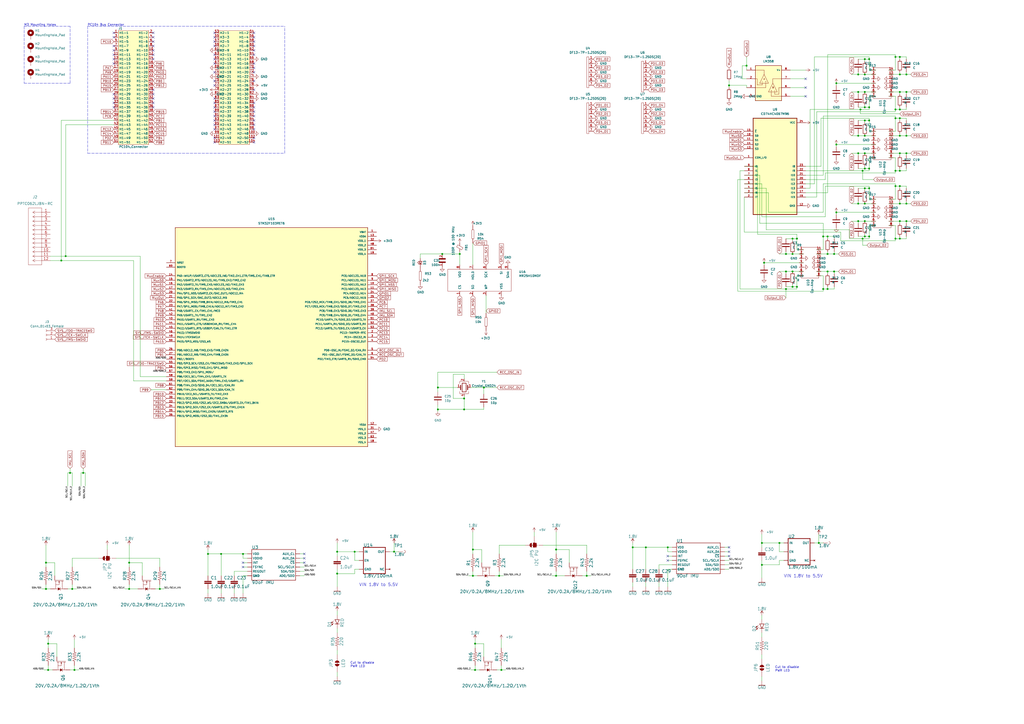
<source format=kicad_sch>
(kicad_sch (version 20211123) (generator eeschema)
  (paper "A2")
  (lib_symbols
    (symbol "ADCS_Symbols:DF13-4P-1.25DS(20)"
      (property "Reference" "U" (at 0 0 0))
      (property "Value" "DF13-4P-1.25DS(20)" (at 0 0 0))
      (symbol "DF13-4P-1.25DS(20)_1_1"
        (pin input line (at 1.27 -3.81 90) (length 2.54) (name "") (number "1"))
        (pin input line (at 3.81 -3.81 90) (length 2.54) (name "") (number "2"))
        (pin input line (at 6.35 -3.81 90) (length 2.54) (name "") (number "3"))
        (pin input line (at 8.89 -3.81 90) (length 2.54) (name "") (number "4"))
        (pin input line (at 11.43 -3.81 90) (length 2.54) (name "") (number "5"))
        (pin input line (at 13.97 -3.81 90) (length 2.54) (name "") (number "6"))
        (pin input line (at 16.51 -3.81 90) (length 2.54) (name "") (number "7"))
      )
    )
    (symbol "ADCS_Symbols:PPTC062LJBN-RC" (pin_names (offset 0.254) hide)
      (property "Reference" "J" (at 8.89 6.35 0))
      (property "Value" "PPTC062LJBN-RC" (at 10.16 -15.24 0))
      (symbol "PPTC062LJBN-RC_1_1"
        (pin unspecified line (at 0 0 0) (length 5.08) (name "1") (number "1"))
        (pin unspecified line (at 0 -22.86 0) (length 5.08) (name "10") (number "10"))
        (pin unspecified line (at 0 -25.4 0) (length 5.08) (name "11") (number "11"))
        (pin unspecified line (at 0 -27.94 0) (length 5.08) (name "12") (number "12"))
        (pin unspecified line (at 0 -2.54 0) (length 5.08) (name "2") (number "2"))
        (pin unspecified line (at 0 -5.08 0) (length 5.08) (name "3") (number "3"))
        (pin unspecified line (at 0 -7.62 0) (length 5.08) (name "4") (number "4"))
        (pin unspecified line (at 0 -10.16 0) (length 5.08) (name "5") (number "5"))
        (pin unspecified line (at 0 -12.7 0) (length 5.08) (name "6") (number "6"))
        (pin unspecified line (at 0 -15.24 0) (length 5.08) (name "7") (number "7"))
        (pin unspecified line (at 0 -17.78 0) (length 5.08) (name "8") (number "8"))
        (pin unspecified line (at 0 -20.32 0) (length 5.08) (name "9") (number "9"))
      )
    )
    (symbol "ADCS_Symbols:STM32F103RET6" (pin_names (offset 1.016))
      (property "Reference" "U" (at -55.9407 64.2046 0))
      (property "Value" "STM32F103RET6" (at -55.9856 -66.1648 0))
      (symbol "STM32F103RET6_0_0"
        (pin power_in line (at 60.96 60.96 180) (length 5.08) (name "VBAT") (number "1"))
        (pin bidirectional line (at 60.96 30.48 180) (length 5.08) (name "PC2/ADC123_IN12") (number "10"))
        (pin bidirectional line (at 60.96 27.94 180) (length 5.08) (name "PC3/ADC123_IN13") (number "11"))
        (pin power_in line (at 60.96 -50.8 180) (length 5.08) (name "VSSA") (number "12"))
        (pin power_in line (at 60.96 58.42 180) (length 5.08) (name "VDDA") (number "13"))
        (pin bidirectional line (at -60.96 35.56 0) (length 5.08) (name "PA0-WKUP/USART2_CTS/ADC123_IN0/TIM2_CH1_ETR/TIM5_CH1/TIM8_ETR") (number "14"))
        (pin bidirectional line (at -60.96 33.02 0) (length 5.08) (name "PA1/USART2_RTS/ADC123_IN1/TIM5_CH2/TIM2_CH2") (number "15"))
        (pin bidirectional line (at -60.96 30.48 0) (length 5.08) (name "PA2/USART2_TX/TIM5_CH3/ADC123_IN2/TIM2_CH3") (number "16"))
        (pin bidirectional line (at -60.96 27.94 0) (length 5.08) (name "PA3/USART2_RX/TIM5_CH4/ADC123_IN3/TIM2_CH4") (number "17"))
        (pin power_in line (at 60.96 -60.96 180) (length 5.08) (name "VSS_4") (number "18"))
        (pin power_in line (at 60.96 48.26 180) (length 5.08) (name "VDD_4") (number "19"))
        (pin bidirectional line (at 60.96 2.54 180) (length 5.08) (name "PC13-TAMPER-RTC") (number "2"))
        (pin bidirectional line (at -60.96 25.4 0) (length 5.08) (name "PA4/SPI1_NSS/USART2_CK/DAC_OUT1/ADC12_IN4") (number "20"))
        (pin bidirectional line (at -60.96 22.86 0) (length 5.08) (name "PA5/SPI1_SCK/DAC_OUT2/ADC12_IN5") (number "21"))
        (pin bidirectional line (at -60.96 20.32 0) (length 5.08) (name "PA6/SPI1_MISO/TIM8_BKIN/ADC12_IN6/TIM3_CH1") (number "22"))
        (pin bidirectional line (at -60.96 17.78 0) (length 5.08) (name "PA7/SPI1_MOSI/TIM8_CH1N/ADC12_IN7/TIM3_CH2") (number "23"))
        (pin bidirectional line (at 60.96 25.4 180) (length 5.08) (name "PC4/ADC12_IN14") (number "24"))
        (pin bidirectional line (at 60.96 22.86 180) (length 5.08) (name "PC5/ADC12_IN15") (number "25"))
        (pin bidirectional line (at -60.96 -7.62 0) (length 5.08) (name "PB0/ADC12_IN8/TIM3_CH3/TIM8_CH2N") (number "26"))
        (pin bidirectional line (at -60.96 -10.16 0) (length 5.08) (name "PB1/ADC12_IN9/TIM3_CH4/TIM8_CH3N") (number "27"))
        (pin bidirectional line (at -60.96 -12.7 0) (length 5.08) (name "PB2//BOOT1") (number "28"))
        (pin bidirectional line (at -60.96 -33.02 0) (length 5.08) (name "PB10/I2C2_SCL/USART3_TX/TIM2_CH3") (number "29"))
        (pin bidirectional line (at 60.96 0 180) (length 5.08) (name "PC14-OSC32_IN") (number "3"))
        (pin bidirectional line (at -60.96 -35.56 0) (length 5.08) (name "PB11/2C2_SDA/USART3_RX/TIM2_CH4") (number "30"))
        (pin power_in line (at 60.96 -53.34 180) (length 5.08) (name "VSS_1") (number "31"))
        (pin power_in line (at 60.96 55.88 180) (length 5.08) (name "VDD_1") (number "32"))
        (pin bidirectional line (at -60.96 -38.1 0) (length 5.08) (name "PB12/SPI2_NSS/I2S2_WS/I2C2_SMBA/USART3_CK/TIM1_BKIN") (number "33"))
        (pin bidirectional line (at -60.96 -40.64 0) (length 5.08) (name "PB13/SPI2_SCK/I2S2_CK/USART3_CTS/TIM1_CH1N") (number "34"))
        (pin bidirectional line (at -60.96 -43.18 0) (length 5.08) (name "PB14/SPI2_MISO/TIM1_CH2N/USART3_RTS") (number "35"))
        (pin bidirectional line (at -60.96 -45.72 0) (length 5.08) (name "PB15/SPI2_MOSI/I2S2_SD/TIM1_CH3N") (number "36"))
        (pin bidirectional line (at 60.96 20.32 180) (length 5.08) (name "PC6/I2S2_MCK/TIM8_CH1/SDIO_D6/TIM3_CH1") (number "37"))
        (pin bidirectional line (at 60.96 17.78 180) (length 5.08) (name "PC7/I2S3_MCK/TIM8_CH2/SDIO_D7/TIM3_CH2") (number "38"))
        (pin bidirectional line (at 60.96 15.24 180) (length 5.08) (name "PC8/TIM8_CH3/SDIO_D0/TIM3_CH3") (number "39"))
        (pin bidirectional line (at 60.96 -2.54 180) (length 5.08) (name "PC15-OSC32_OUT") (number "4"))
        (pin bidirectional line (at 60.96 12.7 180) (length 5.08) (name "PC9/TIM8_CH4/SDIO_D1/TIM3_CH4") (number "40"))
        (pin bidirectional line (at -60.96 15.24 0) (length 5.08) (name "PA8/USART1_CK/TIM1_CH1/MCO") (number "41"))
        (pin bidirectional line (at -60.96 12.7 0) (length 5.08) (name "PA9/USART1_TX/TIM1_CH2") (number "42"))
        (pin bidirectional line (at -60.96 10.16 0) (length 5.08) (name "PA10/USART1_RX/TIM1_CH3") (number "43"))
        (pin bidirectional line (at -60.96 7.62 0) (length 5.08) (name "PA11/USART1_CTS/USBDMCAN_RX/TIM1_CH4") (number "44"))
        (pin bidirectional line (at -60.96 5.08 0) (length 5.08) (name "PA12/USART1_RTS/USBDP/CAN_TX/TIM1_ETR") (number "45"))
        (pin bidirectional line (at -60.96 2.54 0) (length 5.08) (name "PA13/JTMSSWDIO") (number "46"))
        (pin power_in line (at 60.96 -55.88 180) (length 5.08) (name "VSS_2") (number "47"))
        (pin power_in line (at 60.96 53.34 180) (length 5.08) (name "VDD_2") (number "48"))
        (pin bidirectional line (at -60.96 0 0) (length 5.08) (name "PA14/JTCKSWCLK") (number "49"))
        (pin bidirectional line (at 60.96 -7.62 180) (length 5.08) (name "PD0-OSC_IN/FSMC_D2/CAN_RX") (number "5"))
        (pin bidirectional line (at -60.96 -2.54 0) (length 5.08) (name "PA15/SPI3_NSS/I2S3_WS") (number "50"))
        (pin bidirectional line (at 60.96 10.16 180) (length 5.08) (name "PC10/UART4_TX/SDIO_D2/USART3_TX") (number "51"))
        (pin bidirectional line (at 60.96 7.62 180) (length 5.08) (name "PC11/UART4_RX/SDIO_D3/USART3_RX") (number "52"))
        (pin bidirectional line (at 60.96 5.08 180) (length 5.08) (name "PC12/UART5_TX/SDIO_CK/USART3_CK") (number "53"))
        (pin bidirectional line (at 60.96 -12.7 180) (length 5.08) (name "PD2/TIM3_ETR/UART5_RX/SDIO_CMD") (number "54"))
        (pin bidirectional line (at -60.96 -15.24 0) (length 5.08) (name "PB3/SPI3_SCK/I2S3_CK/TRACESWO/TIM2_CH2/SPI1_SCK") (number "55"))
        (pin bidirectional line (at -60.96 -17.78 0) (length 5.08) (name "PB4/SPI3_MISO/TIM3_CH1/SPI1_MISO") (number "56"))
        (pin bidirectional line (at -60.96 -20.32 0) (length 5.08) (name "PB5/TIM3_CH2/SPI1_MOSI/") (number "57"))
        (pin bidirectional line (at -60.96 -22.86 0) (length 5.08) (name "PB6/I2C1_SCL/TIM4_CH1/USART1_TX") (number "58"))
        (pin bidirectional line (at -60.96 -25.4 0) (length 5.08) (name "PB7/I2C1_SDA/FSMC_NADV/TIM4_CH2/USART1_RX") (number "59"))
        (pin bidirectional line (at 60.96 -10.16 180) (length 5.08) (name "PD1-OSC_OUT/FSMC_D3/CAN_TX") (number "6"))
        (pin input line (at -60.96 40.64 0) (length 5.08) (name "BOOT0") (number "60"))
        (pin bidirectional line (at -60.96 -27.94 0) (length 5.08) (name "PB8/TIM4_CH3/SDIO_D4/I2C1_SCL/CAN_RX") (number "61"))
        (pin bidirectional line (at -60.96 -30.48 0) (length 5.08) (name "PB9/TIM4_CH4/SDIO_D5/I2C1_SDA/CAN_TX") (number "62"))
        (pin power_in line (at 60.96 -58.42 180) (length 5.08) (name "VSS_3") (number "63"))
        (pin power_in line (at 60.96 50.8 180) (length 5.08) (name "VDD_3") (number "64"))
        (pin input line (at -60.96 43.18 0) (length 5.08) (name "NRST") (number "7"))
        (pin bidirectional line (at 60.96 35.56 180) (length 5.08) (name "PC0/ADC123_IN10") (number "8"))
        (pin bidirectional line (at 60.96 33.02 180) (length 5.08) (name "PC1/ADC123_IN11") (number "9"))
      )
    )
    (symbol "Connector:Conn_01x03_Female" (pin_names (offset 1.016) hide)
      (property "Reference" "J" (at 0 5.08 0))
      (property "Value" "Conn_01x03_Female" (at 0 -5.08 0))
      (symbol "Conn_01x03_Female_1_1"
        (pin passive line (at -5.08 2.54 0) (length 3.81) (name "Pin_1") (number "1"))
        (pin passive line (at -5.08 0 0) (length 3.81) (name "Pin_2") (number "2"))
        (pin passive line (at -5.08 -2.54 0) (length 3.81) (name "Pin_3") (number "3"))
      )
    )
    (symbol "Device:C" (pin_numbers hide) (pin_names (offset 0.254))
      (property "Reference" "C" (at 0.635 2.54 0))
      (property "Value" "C" (at 0.635 -2.54 0))
      (symbol "C_1_1"
        (pin passive line (at 0 3.81 270) (length 2.794) (name "~") (number "1"))
        (pin passive line (at 0 -3.81 90) (length 2.794) (name "~") (number "2"))
      )
    )
    (symbol "Device:Crystal_GND24" (pin_names (offset 1.016) hide)
      (property "Reference" "Y" (at 3.175 5.08 0))
      (property "Value" "Crystal_GND24" (at 3.175 3.175 0))
      (symbol "Crystal_GND24_1_1"
        (pin passive line (at -3.81 0 0) (length 1.27) (name "1") (number "1"))
        (pin passive line (at 0 5.08 270) (length 1.27) (name "2") (number "2"))
        (pin passive line (at 3.81 0 180) (length 1.27) (name "3") (number "3"))
        (pin passive line (at 0 -5.08 90) (length 1.27) (name "4") (number "4"))
      )
    )
    (symbol "Device:Ferrite_Bead_Small" (pin_numbers hide) (pin_names (offset 0))
      (property "Reference" "FB" (at 1.905 1.27 0))
      (property "Value" "Device_Ferrite_Bead_Small" (at 1.905 -1.27 0))
      (symbol "Ferrite_Bead_Small_1_1"
        (pin passive line (at 0 2.54 270) (length 1.27) (name "~") (number "1"))
        (pin passive line (at 0 -2.54 90) (length 1.27) (name "~") (number "2"))
      )
    )
    (symbol "Device:LED_Small" (pin_numbers hide) (pin_names (offset 0.254) hide)
      (property "Reference" "D" (at -1.27 3.175 0))
      (property "Value" "LED_Small" (at -4.445 -2.54 0))
      (symbol "LED_Small_1_1"
        (pin passive line (at -2.54 0 0) (length 1.778) (name "K") (number "1"))
        (pin passive line (at 2.54 0 180) (length 1.778) (name "A") (number "2"))
      )
    )
    (symbol "Device:R" (pin_numbers hide) (pin_names (offset 0))
      (property "Reference" "R" (at 2.032 0 90))
      (property "Value" "R" (at 0 0 90))
      (symbol "R_1_1"
        (pin passive line (at 0 3.81 270) (length 1.27) (name "~") (number "1"))
        (pin passive line (at 0 -3.81 90) (length 1.27) (name "~") (number "2"))
      )
    )
    (symbol "LM358:LM358"
      (property "Reference" "U" (at 0 0 0))
      (property "Value" "LM358" (at 0 -22.86 0))
      (symbol "LM358_0_0"
        (text "A" (at -2.921 -9.4742 0) (effects (font (size 0.8128 0.8128)) (justify left bottom)))
        (text "B" (at 2.159 -14.4018 0) (effects (font (size 0.8128 0.8128)) (justify left bottom)))
        (pin output line (at -12.7 -3.81 0) (length 5.08) (name "~") (number "1"))
        (pin input line (at -12.7 -8.89 0) (length 5.08) (name "~") (number "2"))
        (pin input line (at -12.7 -13.97 0) (length 5.08) (name "~") (number "3"))
        (pin power_in line (at -12.7 -19.05 0) (length 5.08) (name "GND") (number "4"))
        (pin input line (at 12.7 -19.05 180) (length 5.08) (name "~") (number "5"))
        (pin input line (at 12.7 -13.97 180) (length 5.08) (name "~") (number "6"))
        (pin output line (at 12.7 -8.89 180) (length 5.08) (name "~") (number "7"))
        (pin power_in line (at 12.7 -3.81 180) (length 5.08) (name "V+") (number "8"))
      )
    )
    (symbol "Mechanical:MountingHole_Pad" (pin_numbers hide) (pin_names (offset 1.016) hide)
      (property "Reference" "H" (at 0 6.35 0))
      (property "Value" "MountingHole_Pad" (at 0 4.445 0))
      (symbol "MountingHole_Pad_1_1"
        (pin input line (at 0 -2.54 90) (length 2.54) (name "1") (number "1"))
      )
    )
    (symbol "Mux16_1:CD74HC4067M96" (pin_names (offset 1.016))
      (property "Reference" "U" (at -12.7 28.94 0))
      (property "Value" "CD74HC4067M96" (at -12.7 -31.94 0))
      (symbol "CD74HC4067M96_0_0"
        (pin bidirectional line (at -17.78 5.08 0) (length 5.08) (name "COM_I/O") (number "1"))
        (pin input line (at -17.78 17.78 0) (length 5.08) (name "S0") (number "10"))
        (pin input line (at -17.78 15.24 0) (length 5.08) (name "S1") (number "11"))
        (pin power_in line (at 17.78 -22.86 180) (length 5.08) (name "GND") (number "12"))
        (pin input line (at -17.78 10.16 0) (length 5.08) (name "S3") (number "13"))
        (pin input line (at -17.78 12.7 0) (length 5.08) (name "S2") (number "14"))
        (pin input line (at -17.78 20.32 0) (length 5.08) (name "~{E}") (number "15"))
        (pin bidirectional line (at 17.78 -17.78 180) (length 5.08) (name "I15") (number "16"))
        (pin bidirectional line (at 17.78 -15.24 180) (length 5.08) (name "I14") (number "17"))
        (pin bidirectional line (at 17.78 -12.7 180) (length 5.08) (name "I13") (number "18"))
        (pin bidirectional line (at 17.78 -10.16 180) (length 5.08) (name "I12") (number "19"))
        (pin bidirectional line (at -17.78 -17.78 0) (length 5.08) (name "I7") (number "2"))
        (pin bidirectional line (at 17.78 -7.62 180) (length 5.08) (name "I11") (number "20"))
        (pin bidirectional line (at 17.78 -5.08 180) (length 5.08) (name "I10") (number "21"))
        (pin bidirectional line (at 17.78 -2.54 180) (length 5.08) (name "I9") (number "22"))
        (pin bidirectional line (at 17.78 0 180) (length 5.08) (name "I8") (number "23"))
        (pin power_in line (at 17.78 25.4 180) (length 5.08) (name "VCC") (number "24"))
        (pin bidirectional line (at -17.78 -15.24 0) (length 5.08) (name "I6") (number "3"))
        (pin bidirectional line (at -17.78 -12.7 0) (length 5.08) (name "I5") (number "4"))
        (pin bidirectional line (at -17.78 -10.16 0) (length 5.08) (name "I4") (number "5"))
        (pin bidirectional line (at -17.78 -7.62 0) (length 5.08) (name "I3") (number "6"))
        (pin bidirectional line (at -17.78 -5.08 0) (length 5.08) (name "I2") (number "7"))
        (pin bidirectional line (at -17.78 -2.54 0) (length 5.08) (name "I1") (number "8"))
        (pin bidirectional line (at -17.78 0 0) (length 5.08) (name "I0") (number "9"))
      )
    )
    (symbol "STM32_Breakout-rescue:CC0603MRX5R5BB475-CC0603MRX5R5BB475" (pin_names (offset 1.016) hide)
      (property "Reference" "C" (at 0 3.81 0))
      (property "Value" "CC0603MRX5R5BB475-CC0603MRX5R5BB475" (at 0 -5.08 0))
      (symbol "CC0603MRX5R5BB475-CC0603MRX5R5BB475_0_0"
        (pin passive line (at 5.08 0 180) (length 2.54) (name "~") (number "1"))
        (pin passive line (at -2.54 0 0) (length 2.54) (name "~") (number "2"))
      )
    )
    (symbol "STM32_Breakout-rescue:MR25H10MDF-MRAM_Symbol" (pin_names (offset 1.016))
      (property "Reference" "U6" (at 31.1912 14.5034 0))
      (property "Value" "MR25H10MDF" (at 31.1912 12.192 0))
      (symbol "MR25H10MDF-MRAM_Symbol_1_1"
        (pin input line (at -11.43 -2.54 90) (length 2.54) (name "CS") (number "1"))
        (pin output line (at -3.81 -2.54 90) (length 2.54) (name "SO") (number "2"))
        (pin input line (at 3.81 -2.54 90) (length 2.54) (name "WP") (number "3"))
        (pin unspecified line (at 12.7 -2.54 90) (length 2.54) (name "VSS") (number "4"))
        (pin input line (at 12.7 15.24 270) (length 2.54) (name "SI") (number "5"))
        (pin input line (at 3.81 15.24 270) (length 2.54) (name "SCK") (number "6"))
        (pin input line (at -3.81 15.24 270) (length 2.54) (name "HOLD") (number "7"))
        (pin power_in line (at -11.43 15.24 270) (length 2.54) (name "VDD") (number "8"))
        (pin input line (at 16.51 15.24 270) (length 2.54) (name "Sink") (number "9"))
      )
    )
    (symbol "STM32_Breakout-rescue:R0603-OBC_Libary" (pin_numbers hide) (pin_names (offset 1.016) hide)
      (property "Reference" "R" (at -7.62 2.54 0))
      (property "Value" "R0603-OBC_Libary" (at -7.62 -5.08 0))
      (symbol "R0603-OBC_Libary_0_0"
        (pin passive line (at -5.08 0 0) (length 2.54) (name "~") (number "1"))
        (pin passive line (at 5.08 0 180) (length 2.54) (name "~") (number "2"))
      )
    )
    (symbol "SparkFun_IMU_Breakout_ICM-20948-eagle-import:0.1UF-0603-25V-5%"
      (property "Reference" "C" (at 1.524 2.921 0))
      (property "Value" "0.1UF-0603-25V-5%" (at 1.524 -2.159 0))
      (symbol "0.1UF-0603-25V-5%_1_0"
        (pin passive line (at 0 5.08 270) (length 2.54) (name "1") (number "1"))
        (pin passive line (at 0 -2.54 90) (length 2.54) (name "2") (number "2"))
      )
    )
    (symbol "SparkFun_IMU_Breakout_ICM-20948-eagle-import:1.0UF-0603-16V-10%-X7R"
      (property "Reference" "C" (at 1.524 2.921 0))
      (property "Value" "1.0UF-0603-16V-10%-X7R" (at 1.524 -2.159 0))
      (symbol "1.0UF-0603-16V-10%-X7R_1_0"
        (pin passive line (at 0 5.08 270) (length 2.54) (name "1") (number "1"))
        (pin passive line (at 0 -2.54 90) (length 2.54) (name "2") (number "2"))
      )
    )
    (symbol "SparkFun_IMU_Breakout_ICM-20948-eagle-import:1.8V" (power)
      (property "Value" "1.8V" (at 0 2.794 0))
      (symbol "1.8V_1_0"
        (pin power_in line (at 0 0 90) (length 2.54) (name "1.8V") (number "1"))
      )
    )
    (symbol "SparkFun_IMU_Breakout_ICM-20948-eagle-import:2.2KOHM-0402T-1{slash}16W-1%"
      (property "Reference" "R" (at 0 1.524 0))
      (property "Value" "2.2KOHM-0402T-1{slash}16W-1%" (at 0 -1.524 0))
      (symbol "2.2KOHM-0402T-1{slash}16W-1%_1_0"
        (pin passive line (at -5.08 0 0) (length 2.54) (name "1") (number "1"))
        (pin passive line (at 5.08 0 180) (length 2.54) (name "2") (number "2"))
      )
    )
    (symbol "SparkFun_IMU_Breakout_ICM-20948-eagle-import:220OHM-0603-1{slash}10W-1%"
      (property "Reference" "R" (at 0 1.524 0))
      (property "Value" "220OHM-0603-1{slash}10W-1%" (at 0 -1.524 0))
      (symbol "220OHM-0603-1{slash}10W-1%_1_0"
        (pin passive line (at -5.08 0 0) (length 2.54) (name "1") (number "1"))
        (pin passive line (at 5.08 0 180) (length 2.54) (name "2") (number "2"))
      )
    )
    (symbol "SparkFun_IMU_Breakout_ICM-20948-eagle-import:GND" (power)
      (property "Value" "GND" (at 0 -0.254 0))
      (symbol "GND_1_0"
        (pin power_in line (at 0 2.54 270) (length 2.54) (name "GND") (number "1"))
      )
    )
    (symbol "SparkFun_IMU_Breakout_ICM-20948-eagle-import:ICM-20948"
      (property "Reference" "U" (at -12.7 10.414 0))
      (property "Value" "ICM-20948" (at -12.7 -7.874 0))
      (symbol "ICM-20948_1_0"
        (pin bidirectional line (at -15.24 -2.54 0) (length 2.54) (name "REGOUT") (number "10"))
        (pin bidirectional line (at -15.24 0 0) (length 2.54) (name "FSYNC") (number "11"))
        (pin bidirectional line (at -15.24 2.54 0) (length 2.54) (name "INT") (number "12"))
        (pin bidirectional line (at -15.24 7.62 0) (length 2.54) (name "VDD") (number "13"))
        (pin bidirectional line (at -15.24 -5.08 0) (length 2.54) (name "GND") (number "18"))
        (pin bidirectional line (at -15.24 -5.08 0) (length 2.54) (name "GND") (number "20"))
        (pin bidirectional line (at 15.24 5.08 180) (length 2.54) (name "AUX_DA") (number "21"))
        (pin bidirectional line (at 15.24 2.54 180) (length 2.54) (name "~{CS}") (number "22"))
        (pin bidirectional line (at 15.24 0 180) (length 2.54) (name "SCL/SCLK") (number "23"))
        (pin bidirectional line (at 15.24 -2.54 180) (length 2.54) (name "SDA/SDI") (number "24"))
        (pin bidirectional line (at 15.24 7.62 180) (length 2.54) (name "AUX_CL") (number "7"))
        (pin bidirectional line (at -15.24 5.08 0) (length 2.54) (name "VDDIO") (number "8"))
        (pin bidirectional line (at 15.24 -5.08 180) (length 2.54) (name "AD0/SDO") (number "9"))
      )
    )
    (symbol "SparkFun_IMU_Breakout_ICM-20948-eagle-import:JUMPER-SMT_2_NC_TRACE_SILK"
      (property "Reference" "JP" (at -2.54 2.54 0))
      (property "Value" "JUMPER-SMT_2_NC_TRACE_SILK" (at -2.54 -2.54 0))
      (symbol "JUMPER-SMT_2_NC_TRACE_SILK_1_0"
        (pin passive line (at -5.08 0 0) (length 2.54) (name "1") (number "1"))
        (pin passive line (at 5.08 0 180) (length 2.54) (name "2") (number "2"))
      )
    )
    (symbol "SparkFun_IMU_Breakout_ICM-20948-eagle-import:JUMPER-SMT_3_2-NC_TRACE_SILK"
      (property "Reference" "JP" (at 2.54 0.381 0))
      (property "Value" "JUMPER-SMT_3_2-NC_TRACE_SILK" (at 2.54 -0.381 0))
      (symbol "JUMPER-SMT_3_2-NC_TRACE_SILK_1_0"
        (pin passive line (at 0 5.08 270) (length 2.54) (name "1") (number "1"))
        (pin passive line (at -5.08 0 0) (length 2.54) (name "2") (number "2"))
        (pin passive line (at 0 -5.08 90) (length 2.54) (name "3") (number "3"))
      )
    )
    (symbol "SparkFun_IMU_Breakout_ICM-20948-eagle-import:LED-RED0603"
      (property "Reference" "D" (at -3.429 -4.572 90))
      (property "Value" "LED-RED0603" (at 1.905 -4.572 90))
      (symbol "LED-RED0603_1_0"
        (pin passive line (at 0 2.54 270) (length 2.54) (name "A") (number "A"))
        (pin passive line (at 0 -5.08 90) (length 2.54) (name "C") (number "C"))
      )
    )
    (symbol "SparkFun_IMU_Breakout_ICM-20948-eagle-import:MOSFET-NCH-RE1C002UN"
      (property "Reference" "Q" (at 5.08 0 0))
      (property "Value" "MOSFET-NCH-RE1C002UN" (at 5.08 -2.54 0))
      (symbol "MOSFET-NCH-RE1C002UN_1_0"
        (pin bidirectional line (at -5.08 -2.54 0) (length 2.54) (name "G") (number "1"))
        (pin bidirectional line (at 2.54 -5.08 90) (length 2.54) (name "S") (number "2"))
        (pin bidirectional line (at 2.54 5.08 270) (length 2.54) (name "D") (number "3"))
      )
    )
    (symbol "SparkFun_IMU_Breakout_ICM-20948-eagle-import:TEST-POINT3"
      (property "Reference" "TP" (at -2.54 2.54 0))
      (property "Value" "TEST-POINT3" (at -2.54 -2.54 0))
      (symbol "TEST-POINT3_1_0"
        (pin bidirectional line (at 0 0 180) (length 0) (name "1") (number "P$1"))
      )
    )
    (symbol "SparkFun_IMU_Breakout_ICM-20948-eagle-import:V_REG_SP6214-1.8V"
      (property "Reference" "U" (at -7.62 7.874 0))
      (property "Value" "V_REG_SP6214-1.8V" (at -7.62 -7.874 0))
      (symbol "V_REG_SP6214-1.8V_1_0"
        (pin input line (at -10.16 5.08 0) (length 2.54) (name "IN") (number "1"))
        (pin input line (at -10.16 -5.08 0) (length 2.54) (name "GND") (number "2"))
        (pin input line (at -10.16 0 0) (length 2.54) (name "EN") (number "3"))
        (pin no_connect line (at 7.62 -5.08 180) (length 2.54) (name "NC") (number "4"))
        (pin passive line (at 7.62 5.08 180) (length 2.54) (name "OUT") (number "5"))
      )
    )
    (symbol "UpdatedControllerBoardSchematic-rescue:Op-Amp" (pin_names (offset 1.016))
      (property "Reference" "U" (at 0 0 0))
      (property "Value" "Op-Amp" (at 0 0 0))
      (symbol "Op-Amp_1_0"
        (pin input line (at 8.89 -3.81 90) (length 2.54) (name "~") (number "7"))
      )
      (symbol "Op-Amp_1_1"
        (pin input line (at -6.35 -3.81 90) (length 2.54) (name "~") (number "1"))
        (pin input line (at 3.81 -11.43 270) (length 2.54) (name "~") (number "10"))
        (pin input line (at 1.27 -11.43 270) (length 2.54) (name "~") (number "11"))
        (pin input line (at -1.27 -11.43 270) (length 2.54) (name "~") (number "12"))
        (pin input line (at -3.81 -11.43 270) (length 2.54) (name "~") (number "13"))
        (pin input line (at -6.35 -11.43 270) (length 2.54) (name "~") (number "14"))
        (pin input line (at -3.81 -3.81 90) (length 2.54) (name "~") (number "2"))
        (pin input line (at -1.27 -3.81 90) (length 2.54) (name "~") (number "3"))
        (pin input line (at 1.27 -3.81 90) (length 2.54) (name "~") (number "4"))
        (pin input line (at 3.81 -3.81 90) (length 2.54) (name "~") (number "5"))
        (pin input line (at 6.35 -3.81 90) (length 2.54) (name "~") (number "6"))
        (pin input line (at 8.89 -11.43 270) (length 2.54) (name "~") (number "8"))
        (pin input line (at 6.35 -11.43 270) (length 2.54) (name "~") (number "9"))
      )
    )
    (symbol "power:+3.3V" (power) (pin_names (offset 0))
      (property "Value" "+3.3V" (at 0 3.556 0))
      (symbol "+3.3V_1_1"
        (pin power_in line (at 0 0 90) (length 0) hide (name "+3V3") (number "1"))
      )
    )
    (symbol "power:+3V3" (power) (pin_names (offset 0))
      (property "Value" "+3V3" (at 0 3.556 0))
      (symbol "+3V3_1_1"
        (pin power_in line (at 0 0 90) (length 0) hide (name "+3V3") (number "1"))
      )
    )
    (symbol "power:+5V" (power) (pin_names (offset 0))
      (property "Value" "+5V" (at 0 3.556 0))
      (symbol "+5V_1_1"
        (pin power_in line (at 0 0 90) (length 0) hide (name "+5V") (number "1"))
      )
    )
    (symbol "power:GND" (power) (pin_names (offset 0))
      (property "Value" "GND" (at 0 -3.81 0))
      (symbol "GND_1_1"
        (pin power_in line (at 0 0 270) (length 0) hide (name "GND") (number "1"))
      )
    )
    (symbol "qset-connector-library:PC104_Connector"
      (property "Reference" "J" (at -36.83 -71.12 0))
      (property "Value" "PC104_Connector" (at -26.67 -71.12 0))
      (symbol "PC104_Connector_1_1"
        (pin bidirectional line (at -40.64 -3.81 0) (length 2.54) (name "H1-1") (number "1"))
        (pin bidirectional line (at -17.78 -13.97 180) (length 2.54) (name "H1-10") (number "10"))
        (pin bidirectional line (at 40.64 -62.23 180) (length 2.54) (name "H2-48") (number "100"))
        (pin bidirectional line (at 17.78 -64.77 0) (length 2.54) (name "H2-49") (number "101"))
        (pin bidirectional line (at 40.64 -64.77 180) (length 2.54) (name "H2-50") (number "102"))
        (pin bidirectional line (at 17.78 -67.31 0) (length 2.54) (name "H2-51") (number "103"))
        (pin bidirectional line (at 40.64 -67.31 180) (length 2.54) (name "H2-52") (number "104"))
        (pin bidirectional line (at -40.64 -16.51 0) (length 2.54) (name "H1-11") (number "11"))
        (pin bidirectional line (at -17.78 -16.51 180) (length 2.54) (name "H1-12") (number "12"))
        (pin bidirectional line (at -40.64 -19.05 0) (length 2.54) (name "H1-13") (number "13"))
        (pin bidirectional line (at -17.78 -19.05 180) (length 2.54) (name "H1-14") (number "14"))
        (pin bidirectional line (at -40.64 -21.59 0) (length 2.54) (name "H1-15") (number "15"))
        (pin bidirectional line (at -17.78 -21.59 180) (length 2.54) (name "H1-16") (number "16"))
        (pin bidirectional line (at -40.64 -24.13 0) (length 2.54) (name "H1-17") (number "17"))
        (pin bidirectional line (at -17.78 -24.13 180) (length 2.54) (name "H1-18") (number "18"))
        (pin bidirectional line (at -40.64 -26.67 0) (length 2.54) (name "H1-19") (number "19"))
        (pin bidirectional line (at -17.78 -3.81 180) (length 2.54) (name "H1-2") (number "2"))
        (pin bidirectional line (at -17.78 -26.67 180) (length 2.54) (name "H1-20") (number "20"))
        (pin bidirectional line (at -40.64 -29.21 0) (length 2.54) (name "H1-21") (number "21"))
        (pin bidirectional line (at -17.78 -29.21 180) (length 2.54) (name "H1-22") (number "22"))
        (pin bidirectional line (at -40.64 -31.75 0) (length 2.54) (name "H1-23") (number "23"))
        (pin bidirectional line (at -17.78 -31.75 180) (length 2.54) (name "H1-24") (number "24"))
        (pin bidirectional line (at -40.64 -34.29 0) (length 2.54) (name "H1-25") (number "25"))
        (pin bidirectional line (at -17.78 -34.29 180) (length 2.54) (name "H1-26") (number "26"))
        (pin bidirectional line (at -40.64 -36.83 0) (length 2.54) (name "H1-27") (number "27"))
        (pin bidirectional line (at -17.78 -36.83 180) (length 2.54) (name "H1-28") (number "28"))
        (pin bidirectional line (at -40.64 -39.37 0) (length 2.54) (name "H1-29") (number "29"))
        (pin bidirectional line (at -40.64 -6.35 0) (length 2.54) (name "H1-3") (number "3"))
        (pin bidirectional line (at -17.78 -39.37 180) (length 2.54) (name "H1-30") (number "30"))
        (pin bidirectional line (at -40.64 -41.91 0) (length 2.54) (name "H1-31") (number "31"))
        (pin bidirectional line (at -17.78 -41.91 180) (length 2.54) (name "H1-32") (number "32"))
        (pin bidirectional line (at -40.64 -44.45 0) (length 2.54) (name "H1-33") (number "33"))
        (pin bidirectional line (at -17.78 -44.45 180) (length 2.54) (name "H1-34") (number "34"))
        (pin bidirectional line (at -40.64 -46.99 0) (length 2.54) (name "H1-35") (number "35"))
        (pin bidirectional line (at -17.78 -46.99 180) (length 2.54) (name "H1-36") (number "36"))
        (pin bidirectional line (at -40.64 -49.53 0) (length 2.54) (name "H1-37") (number "37"))
        (pin bidirectional line (at -17.78 -49.53 180) (length 2.54) (name "H1-38") (number "38"))
        (pin bidirectional line (at -40.64 -52.07 0) (length 2.54) (name "H1-39") (number "39"))
        (pin bidirectional line (at -17.78 -6.35 180) (length 2.54) (name "H1-4") (number "4"))
        (pin bidirectional line (at -17.78 -52.07 180) (length 2.54) (name "H1-40") (number "40"))
        (pin bidirectional line (at -40.64 -54.61 0) (length 2.54) (name "H1-41") (number "41"))
        (pin bidirectional line (at -17.78 -54.61 180) (length 2.54) (name "H1-42") (number "42"))
        (pin bidirectional line (at -40.64 -57.15 0) (length 2.54) (name "H1-43") (number "43"))
        (pin bidirectional line (at -17.78 -57.15 180) (length 2.54) (name "H1-44") (number "44"))
        (pin bidirectional line (at -40.64 -59.69 0) (length 2.54) (name "H1-45") (number "45"))
        (pin bidirectional line (at -17.78 -59.69 180) (length 2.54) (name "H1-46") (number "46"))
        (pin bidirectional line (at -40.64 -62.23 0) (length 2.54) (name "H1-47") (number "47"))
        (pin bidirectional line (at -17.78 -62.23 180) (length 2.54) (name "H1-48") (number "48"))
        (pin bidirectional line (at -40.64 -64.77 0) (length 2.54) (name "H1-49") (number "49"))
        (pin bidirectional line (at -40.64 -8.89 0) (length 2.54) (name "H1-5") (number "5"))
        (pin bidirectional line (at -17.78 -64.77 180) (length 2.54) (name "H1-50") (number "50"))
        (pin bidirectional line (at -40.64 -67.31 0) (length 2.54) (name "H1-51") (number "51"))
        (pin bidirectional line (at -17.78 -67.31 180) (length 2.54) (name "H1-52") (number "52"))
        (pin bidirectional line (at 17.78 -3.81 0) (length 2.54) (name "H2-1") (number "53"))
        (pin bidirectional line (at 40.64 -3.81 180) (length 2.54) (name "H1-2") (number "54"))
        (pin bidirectional line (at 17.78 -6.35 0) (length 2.54) (name "H3-3") (number "55"))
        (pin bidirectional line (at 40.64 -6.35 180) (length 2.54) (name "H1-4") (number "56"))
        (pin bidirectional line (at 17.78 -8.89 0) (length 2.54) (name "H2-5") (number "57"))
        (pin bidirectional line (at 40.64 -8.89 180) (length 2.54) (name "H1-6") (number "58"))
        (pin bidirectional line (at 17.78 -11.43 0) (length 2.54) (name "H2-7") (number "59"))
        (pin bidirectional line (at -17.78 -8.89 180) (length 2.54) (name "H1-6") (number "6"))
        (pin bidirectional line (at 40.64 -11.43 180) (length 2.54) (name "H1-8") (number "60"))
        (pin bidirectional line (at 17.78 -13.97 0) (length 2.54) (name "H2-9") (number "61"))
        (pin bidirectional line (at 40.64 -13.97 180) (length 2.54) (name "H1-10") (number "62"))
        (pin bidirectional line (at 17.78 -16.51 0) (length 2.54) (name "H2-11") (number "63"))
        (pin bidirectional line (at 40.64 -16.51 180) (length 2.54) (name "H1-12") (number "64"))
        (pin bidirectional line (at 17.78 -19.05 0) (length 2.54) (name "H2-13") (number "65"))
        (pin bidirectional line (at 40.64 -19.05 180) (length 2.54) (name "H1-14") (number "66"))
        (pin bidirectional line (at 17.78 -21.59 0) (length 2.54) (name "H2-15") (number "67"))
        (pin bidirectional line (at 40.64 -21.59 180) (length 2.54) (name "H1-16") (number "68"))
        (pin bidirectional line (at 17.78 -24.13 0) (length 2.54) (name "H2-17") (number "69"))
        (pin bidirectional line (at -40.64 -11.43 0) (length 2.54) (name "H1-7") (number "7"))
        (pin bidirectional line (at 40.64 -24.13 180) (length 2.54) (name "H1-18") (number "70"))
        (pin bidirectional line (at 17.78 -26.67 0) (length 2.54) (name "H2-19") (number "71"))
        (pin bidirectional line (at 40.64 -26.67 180) (length 2.54) (name "H1-20") (number "72"))
        (pin bidirectional line (at 17.78 -29.21 0) (length 2.54) (name "H2-21") (number "73"))
        (pin bidirectional line (at 40.64 -29.21 180) (length 2.54) (name "H1-22") (number "74"))
        (pin bidirectional line (at 17.78 -31.75 0) (length 2.54) (name "H2-23") (number "75"))
        (pin bidirectional line (at 40.64 -31.75 180) (length 2.54) (name "H1-24") (number "76"))
        (pin bidirectional line (at 17.78 -34.29 0) (length 2.54) (name "H2-25") (number "77"))
        (pin bidirectional line (at 40.64 -34.29 180) (length 2.54) (name "H1-26") (number "78"))
        (pin bidirectional line (at 17.78 -36.83 0) (length 2.54) (name "H2-27") (number "79"))
        (pin bidirectional line (at -17.78 -11.43 180) (length 2.54) (name "H1-8") (number "8"))
        (pin bidirectional line (at 40.64 -36.83 180) (length 2.54) (name "H1-28") (number "80"))
        (pin bidirectional line (at 17.78 -39.37 0) (length 2.54) (name "H2-29") (number "81"))
        (pin bidirectional line (at 40.64 -39.37 180) (length 2.54) (name "H1-30") (number "82"))
        (pin bidirectional line (at 17.78 -41.91 0) (length 2.54) (name "H2-31") (number "83"))
        (pin bidirectional line (at 40.64 -41.91 180) (length 2.54) (name "H1-32") (number "84"))
        (pin bidirectional line (at 17.78 -44.45 0) (length 2.54) (name "H2-33") (number "85"))
        (pin bidirectional line (at 40.64 -44.45 180) (length 2.54) (name "H1-34") (number "86"))
        (pin bidirectional line (at 17.78 -46.99 0) (length 2.54) (name "H2-35") (number "87"))
        (pin bidirectional line (at 40.64 -46.99 180) (length 2.54) (name "H1-36") (number "88"))
        (pin bidirectional line (at 17.78 -49.53 0) (length 2.54) (name "H2-37") (number "89"))
        (pin bidirectional line (at -40.64 -13.97 0) (length 2.54) (name "H1-9") (number "9"))
        (pin bidirectional line (at 40.64 -49.53 180) (length 2.54) (name "H1-38") (number "90"))
        (pin bidirectional line (at 17.78 -52.07 0) (length 2.54) (name "H2-39") (number "91"))
        (pin bidirectional line (at 40.64 -52.07 180) (length 2.54) (name "H1-40") (number "92"))
        (pin bidirectional line (at 17.78 -54.61 0) (length 2.54) (name "H2-41") (number "93"))
        (pin bidirectional line (at 40.64 -54.61 180) (length 2.54) (name "H1-42") (number "94"))
        (pin bidirectional line (at 17.78 -57.15 0) (length 2.54) (name "H2-43") (number "95"))
        (pin bidirectional line (at 40.64 -57.15 180) (length 2.54) (name "H1-44") (number "96"))
        (pin bidirectional line (at 17.78 -59.69 0) (length 2.54) (name "H2-45") (number "97"))
        (pin bidirectional line (at 40.64 -59.69 180) (length 2.54) (name "H2-46") (number "98"))
        (pin bidirectional line (at 17.78 -62.23 0) (length 2.54) (name "H2-47") (number "99"))
      )
    )
  )
  (junction (at 521.97 33.02))
  (junction (at 40.64 274.32))
  (junction (at 504.19 137.16))
  (junction (at 525.78 78.74))
  (junction (at 290.83 388.62))
  (junction (at 38.1 148.59))
  (junction (at 480.06 137.16))
  (junction (at 275.59 373.38))
  (junction (at 501.65 137.16))
  (junction (at 266.7 147.32))
  (junction (at 504.19 69.85))
  (junction (at 519.43 107.95))
  (junction (at 521.97 63.5))
  (junction (at 340.36 334.01))
  (junction (at 459.74 157.48))
  (junction (at 501.65 62.23))
  (junction (at 525.78 53.34))
  (junction (at 501.65 78.74))
  (junction (at 462.28 166.37))
  (junction (at 459.74 138.43))
  (junction (at 374.65 317.5))
  (junction (at 501.65 109.22))
  (junction (at 504.19 34.29))
  (junction (at 477.52 137.16))
  (junction (at 480.06 167.64))
  (junction (at 92.71 341.63))
  (junction (at 322.58 318.77))
  (junction (at 501.65 53.34))
  (junction (at 441.96 314.96))
  (junction (at 254 237.49))
  (junction (at 501.65 43.18))
  (junction (at 480.06 147.32))
  (junction (at 525.78 88.9))
  (junction (at 74.93 326.39))
  (junction (at 525.78 118.11))
  (junction (at 521.97 118.11))
  (junction (at 205.74 320.04))
  (junction (at 504.19 62.23))
  (junction (at 459.74 166.37))
  (junction (at 128.27 321.31))
  (junction (at 195.58 332.74))
  (junction (at 519.43 99.06))
  (junction (at 120.65 321.31))
  (junction (at 41.91 341.63))
  (junction (at 501.65 118.11))
  (junction (at 269.24 231.14))
  (junction (at 501.65 69.85))
  (junction (at 269.24 237.49))
  (junction (at 27.94 388.62))
  (junction (at 485.14 83.82))
  (junction (at 521.97 43.18))
  (junction (at 521.97 53.34))
  (junction (at 387.35 317.5))
  (junction (at 525.78 43.18))
  (junction (at 504.19 97.79))
  (junction (at 501.65 97.79))
  (junction (at 519.43 33.02))
  (junction (at 519.43 63.5))
  (junction (at 477.52 167.64))
  (junction (at 483.87 157.48))
  (junction (at 501.65 34.29))
  (junction (at 422.91 49.53))
  (junction (at 480.06 157.48))
  (junction (at 521.97 78.74))
  (junction (at 274.32 334.01))
  (junction (at 525.78 128.27))
  (junction (at 519.43 138.43))
  (junction (at 485.14 48.26))
  (junction (at 274.32 318.77))
  (junction (at 497.84 53.34))
  (junction (at 443.23 152.4))
  (junction (at 289.56 334.01))
  (junction (at 521.97 88.9))
  (junction (at 275.59 388.62))
  (junction (at 48.26 274.32))
  (junction (at 521.97 138.43))
  (junction (at 140.97 321.31))
  (junction (at 27.94 373.38))
  (junction (at 485.14 123.19))
  (junction (at 501.65 128.27))
  (junction (at 26.67 341.63))
  (junction (at 228.6 320.04))
  (junction (at 499.11 63.5))
  (junction (at 500.38 138.43))
  (junction (at 26.67 326.39))
  (junction (at 35.56 151.13))
  (junction (at 519.43 68.58))
  (junction (at 367.03 317.5))
  (junction (at 455.93 157.48))
  (junction (at 501.65 88.9))
  (junction (at 74.93 341.63))
  (junction (at 521.97 68.58))
  (junction (at 455.93 147.32))
  (junction (at 254 224.79))
  (junction (at 195.58 320.04))
  (junction (at 521.97 107.95))
  (junction (at 483.87 147.32))
  (junction (at 322.58 334.01))
  (junction (at 452.12 314.96))
  (junction (at 521.97 128.27))
  (junction (at 497.84 78.74))
  (junction (at 441.96 327.66))
  (junction (at 497.84 43.18))
  (junction (at 433.07 38.1))
  (junction (at 500.38 99.06))
  (junction (at 474.98 314.96))
  (junction (at 459.74 147.32))
  (junction (at 497.84 118.11))
  (junction (at 455.93 167.64))
  (junction (at 280.67 224.79))
  (junction (at 256.54 147.32))
  (junction (at 462.28 138.43))
  (junction (at 43.18 388.62))
  (junction (at 521.97 99.06))
  (junction (at 504.19 109.22))
  (junction (at 497.84 88.9))
  (junction (at 497.84 128.27))
  (no_connect (at 88.9 62.23))
  (no_connect (at 176.53 321.31))
  (no_connect (at 66.04 31.75))
  (no_connect (at 88.9 31.75))
  (no_connect (at 147.32 72.39))
  (no_connect (at 140.97 328.93))
  (no_connect (at 66.04 34.29))
  (no_connect (at 124.46 31.75))
  (no_connect (at 124.46 19.05))
  (no_connect (at 124.46 21.59))
  (no_connect (at 124.46 24.13))
  (no_connect (at 124.46 26.67))
  (no_connect (at 124.46 34.29))
  (no_connect (at 124.46 36.83))
  (no_connect (at 124.46 41.91))
  (no_connect (at 124.46 46.99))
  (no_connect (at 124.46 49.53))
  (no_connect (at 124.46 57.15))
  (no_connect (at 124.46 59.69))
  (no_connect (at 124.46 64.77))
  (no_connect (at 124.46 67.31))
  (no_connect (at 124.46 80.01))
  (no_connect (at 124.46 82.55))
  (no_connect (at 147.32 82.55))
  (no_connect (at 147.32 80.01))
  (no_connect (at 147.32 67.31))
  (no_connect (at 147.32 64.77))
  (no_connect (at 147.32 59.69))
  (no_connect (at 147.32 52.07))
  (no_connect (at 88.9 21.59))
  (no_connect (at 147.32 74.93))
  (no_connect (at 140.97 326.39))
  (no_connect (at 66.04 54.61))
  (no_connect (at 66.04 62.23))
  (no_connect (at 66.04 19.05))
  (no_connect (at 387.35 322.58))
  (no_connect (at 176.53 323.85))
  (no_connect (at 66.04 26.67))
  (no_connect (at 88.9 24.13))
  (no_connect (at 66.04 21.59))
  (no_connect (at 88.9 19.05))
  (no_connect (at 88.9 52.07))
  (no_connect (at 88.9 54.61))
  (no_connect (at 147.32 62.23))
  (no_connect (at 66.04 29.21))
  (no_connect (at 467.36 55.88))
  (no_connect (at 88.9 59.69))
  (no_connect (at 124.46 69.85))
  (no_connect (at 88.9 34.29))
  (no_connect (at 422.91 322.58))
  (no_connect (at 467.36 50.8))
  (no_connect (at 88.9 26.67))
  (no_connect (at 422.91 317.5))
  (no_connect (at 124.46 74.93))
  (no_connect (at 66.04 36.83))
  (no_connect (at 467.36 45.72))
  (no_connect (at 88.9 57.15))
  (no_connect (at 66.04 57.15))
  (no_connect (at 147.32 69.85))
  (no_connect (at 66.04 59.69))
  (no_connect (at 176.53 326.39))
  (no_connect (at 124.46 72.39))
  (no_connect (at 387.35 325.12))
  (no_connect (at 88.9 29.21))
  (no_connect (at 124.46 62.23))
  (no_connect (at 422.91 320.04))
  (no_connect (at 147.32 29.21))
  (no_connect (at 147.32 19.05))
  (no_connect (at 147.32 21.59))
  (no_connect (at 147.32 24.13))
  (no_connect (at 147.32 26.67))
  (no_connect (at 147.32 46.99))
  (no_connect (at 147.32 41.91))
  (no_connect (at 147.32 39.37))
  (no_connect (at 147.32 36.83))
  (no_connect (at 147.32 31.75))
  (wire (pts (xy 27.94 370.84) (xy 27.94 373.38)))
  (wire (pts (xy 140.97 323.85) (xy 140.97 321.31)))
  (wire (pts (xy 382.27 337.82) (xy 382.27 340.36)))
  (wire (pts (xy 35.56 69.85) (xy 35.56 151.13)))
  (wire (pts (xy 477.52 67.31) (xy 477.52 101.6)))
  (wire (pts (xy 519.43 130.81) (xy 519.43 138.43)))
  (wire (pts (xy 521.97 129.54) (xy 521.97 128.27)))
  (wire (pts (xy 508 55.88) (xy 504.19 55.88)))
  (wire (pts (xy 497.84 88.9) (xy 501.65 88.9)))
  (wire (pts (xy 459.74 138.43) (xy 459.74 139.7)))
  (wire (pts (xy 340.36 331.47) (xy 340.36 334.01)))
  (wire (pts (xy 367.03 317.5) (xy 367.03 330.2)))
  (wire (pts (xy 504.19 68.58) (xy 476.25 68.58)))
  (wire (pts (xy 515.62 130.81) (xy 519.43 130.81)))
  (wire (pts (xy 497.84 34.29) (xy 501.65 34.29)))
  (wire (pts (xy 519.43 64.77) (xy 473.71 64.77)))
  (wire (pts (xy 469.9 109.22) (xy 467.36 109.22)))
  (wire (pts (xy 77.47 220.98) (xy 96.52 220.98)))
  (wire (pts (xy 519.43 31.75) (xy 519.43 33.02)))
  (wire (pts (xy 515.62 78.74) (xy 521.97 78.74)))
  (wire (pts (xy 519.43 67.31) (xy 519.43 68.58)))
  (wire (pts (xy 208.28 330.2) (xy 205.74 330.2)))
  (wire (pts (xy 445.77 111.76) (xy 431.8 111.76)))
  (wire (pts (xy 504.19 33.02) (xy 472.44 33.02)))
  (wire (pts (xy 500.38 99.06) (xy 500.38 104.14)))
  (wire (pts (xy 480.06 137.16) (xy 483.87 137.16)))
  (wire (pts (xy 92.71 323.85) (xy 92.71 328.93)))
  (wire (pts (xy 280.67 224.79) (xy 288.29 224.79)))
  (wire (pts (xy 288.29 388.62) (xy 290.83 388.62)))
  (wire (pts (xy 140.97 321.31) (xy 143.51 321.31)))
  (wire (pts (xy 195.58 389.89) (xy 195.58 392.43)))
  (wire (pts (xy 269.24 231.14) (xy 269.24 237.49)))
  (wire (pts (xy 467.36 40.64) (xy 458.47 40.64)))
  (wire (pts (xy 476.25 68.58) (xy 476.25 96.52)))
  (wire (pts (xy 521.97 53.34) (xy 525.78 53.34)))
  (wire (pts (xy 67.31 323.85) (xy 92.71 323.85)))
  (wire (pts (xy 501.65 88.9) (xy 508 88.9)))
  (polyline (pts (xy 50.8 15.24) (xy 50.8 88.9)))
  (wire (pts (xy 92.71 341.63) (xy 95.25 341.63)))
  (wire (pts (xy 274.32 321.31) (xy 274.32 318.77)))
  (wire (pts (xy 521.97 68.58) (xy 525.78 68.58)))
  (wire (pts (xy 387.35 322.58) (xy 389.89 322.58)))
  (wire (pts (xy 389.89 320.04) (xy 387.35 320.04)))
  (wire (pts (xy 274.32 334.01) (xy 276.86 334.01)))
  (wire (pts (xy 455.93 146.05) (xy 455.93 147.32)))
  (wire (pts (xy 500.38 138.43) (xy 500.38 142.24)))
  (wire (pts (xy 309.88 308.61) (xy 309.88 311.15)))
  (wire (pts (xy 454.66 325.12) (xy 452.12 325.12)))
  (wire (pts (xy 43.18 375.92) (xy 43.18 370.84)))
  (wire (pts (xy 515.62 76.2) (xy 519.43 76.2)))
  (wire (pts (xy 92.71 339.09) (xy 92.71 341.63)))
  (wire (pts (xy 452.12 157.48) (xy 455.93 157.48)))
  (wire (pts (xy 140.97 334.01) (xy 143.51 334.01)))
  (wire (pts (xy 128.27 341.63) (xy 128.27 344.17)))
  (wire (pts (xy 266.7 147.32) (xy 266.7 146.05)))
  (wire (pts (xy 477.52 101.6) (xy 467.36 101.6)))
  (wire (pts (xy 521.97 63.5) (xy 521.97 62.23)))
  (wire (pts (xy 508 83.82) (xy 485.14 83.82)))
  (wire (pts (xy 387.35 330.2) (xy 389.89 330.2)))
  (wire (pts (xy 462.28 167.64) (xy 455.93 167.64)))
  (wire (pts (xy 499.11 63.5) (xy 469.9 63.5)))
  (wire (pts (xy 521.97 107.95) (xy 521.97 109.22)))
  (wire (pts (xy 429.26 167.64) (xy 429.26 99.06)))
  (wire (pts (xy 280.67 381) (xy 280.67 373.38)))
  (wire (pts (xy 499.11 63.5) (xy 499.11 66.04)))
  (wire (pts (xy 374.65 317.5) (xy 367.03 317.5)))
  (wire (pts (xy 274.32 308.61) (xy 274.32 318.77)))
  (wire (pts (xy 477.52 137.16) (xy 477.52 144.78)))
  (wire (pts (xy 441.96 379.73) (xy 441.96 382.27)))
  (wire (pts (xy 195.58 340.36) (xy 195.58 332.74)))
  (wire (pts (xy 273.05 388.62) (xy 275.59 388.62)))
  (wire (pts (xy 290.83 386.08) (xy 290.83 388.62)))
  (wire (pts (xy 504.19 68.58) (xy 504.19 69.85)))
  (wire (pts (xy 314.96 316.23) (xy 340.36 316.23)))
  (wire (pts (xy 330.2 318.77) (xy 322.58 318.77)))
  (wire (pts (xy 387.35 320.04) (xy 387.35 317.5)))
  (wire (pts (xy 480.06 111.76) (xy 467.36 111.76)))
  (wire (pts (xy 501.65 109.22) (xy 504.19 109.22)))
  (wire (pts (xy 431.8 134.62) (xy 487.68 134.62)))
  (wire (pts (xy 256.54 147.32) (xy 266.7 147.32)))
  (wire (pts (xy 452.12 320.04) (xy 452.12 314.96)))
  (wire (pts (xy 501.65 97.79) (xy 504.19 97.79)))
  (wire (pts (xy 477.52 167.64) (xy 477.52 168.91)))
  (wire (pts (xy 454.66 320.04) (xy 452.12 320.04)))
  (wire (pts (xy 40.64 388.62) (xy 43.18 388.62)))
  (wire (pts (xy 480.06 147.32) (xy 483.87 147.32)))
  (wire (pts (xy 143.51 323.85) (xy 140.97 323.85)))
  (wire (pts (xy 504.19 138.43) (xy 500.38 138.43)))
  (wire (pts (xy 374.65 317.5) (xy 374.65 330.2)))
  (wire (pts (xy 497.84 41.91) (xy 497.84 43.18)))
  (wire (pts (xy 39.37 341.63) (xy 41.91 341.63)))
  (wire (pts (xy 462.28 135.89) (xy 439.42 135.89)))
  (wire (pts (xy 485.14 83.82) (xy 485.14 85.09)))
  (wire (pts (xy 49.53 274.32) (xy 49.53 281.94)))
  (wire (pts (xy 254 224.79) (xy 254 227.33)))
  (wire (pts (xy 254 234.95) (xy 254 237.49)))
  (wire (pts (xy 521.97 99.06) (xy 519.43 99.06)))
  (wire (pts (xy 501.65 97.79) (xy 501.65 96.52)))
  (wire (pts (xy 483.87 138.43) (xy 483.87 137.16)))
  (wire (pts (xy 274.32 140.97) (xy 274.32 153.67)))
  (wire (pts (xy 472.44 33.02) (xy 472.44 106.68)))
  (wire (pts (xy 228.6 320.04) (xy 228.6 314.96)))
  (wire (pts (xy 497.84 116.84) (xy 497.84 118.11)))
  (wire (pts (xy 480.06 158.75) (xy 480.06 157.48)))
  (wire (pts (xy 521.97 63.5) (xy 519.43 63.5)))
  (wire (pts (xy 33.02 381) (xy 33.02 373.38)))
  (wire (pts (xy 26.67 316.23) (xy 26.67 326.39)))
  (wire (pts (xy 226.06 320.04) (xy 228.6 320.04)))
  (wire (pts (xy 269.24 229.87) (xy 269.24 231.14)))
  (wire (pts (xy 228.6 320.04) (xy 231.14 320.04)))
  (wire (pts (xy 477.52 137.16) (xy 480.06 137.16)))
  (wire (pts (xy 46.99 274.32) (xy 48.26 274.32)))
  (wire (pts (xy 441.96 335.28) (xy 441.96 327.66)))
  (wire (pts (xy 176.53 321.31) (xy 173.99 321.31)))
  (wire (pts (xy 459.74 147.32) (xy 455.93 147.32)))
  (wire (pts (xy 443.23 152.4) (xy 443.23 153.67)))
  (wire (pts (xy 501.65 118.11) (xy 508 118.11)))
  (wire (pts (xy 508 40.64) (xy 504.19 40.64)))
  (wire (pts (xy 25.4 388.62) (xy 27.94 388.62)))
  (wire (pts (xy 40.64 271.78) (xy 40.64 274.32)))
  (wire (pts (xy 504.19 107.95) (xy 504.19 109.22)))
  (wire (pts (xy 26.67 328.93) (xy 26.67 326.39)))
  (wire (pts (xy 501.65 78.74) (xy 497.84 78.74)))
  (wire (pts (xy 519.43 99.06) (xy 519.43 100.33)))
  (wire (pts (xy 254 224.79) (xy 254 215.9)))
  (wire (pts (xy 477.52 129.54) (xy 440.69 129.54)))
  (wire (pts (xy 478.79 104.14) (xy 467.36 104.14)))
  (wire (pts (xy 452.12 325.12) (xy 452.12 327.66)))
  (wire (pts (xy 422.91 322.58) (xy 420.37 322.58)))
  (wire (pts (xy 508 76.2) (xy 504.19 76.2)))
  (wire (pts (xy 483.87 157.48) (xy 483.87 158.75)))
  (wire (pts (xy 289.56 334.01) (xy 292.1 334.01)))
  (wire (pts (xy 289.56 316.23) (xy 304.8 316.23)))
  (wire (pts (xy 389.89 325.12) (xy 387.35 325.12)))
  (wire (pts (xy 440.69 101.6) (xy 431.8 101.6)))
  (wire (pts (xy 480.06 146.05) (xy 480.06 147.32)))
  (wire (pts (xy 87.63 226.06) (xy 96.52 226.06)))
  (wire (pts (xy 195.58 332.74) (xy 205.74 332.74)))
  (wire (pts (xy 501.65 78.74) (xy 508 78.74)))
  (wire (pts (xy 444.5 133.35) (xy 444.5 109.22)))
  (wire (pts (xy 254 237.49) (xy 269.24 237.49)))
  (polyline (pts (xy 13.97 15.24) (xy 13.97 48.26)))
  (wire (pts (xy 525.78 63.5) (xy 521.97 63.5)))
  (wire (pts (xy 472.44 106.68) (xy 467.36 106.68)))
  (wire (pts (xy 441.96 125.73) (xy 441.96 106.68)))
  (wire (pts (xy 26.67 341.63) (xy 29.21 341.63)))
  (wire (pts (xy 262.89 231.14) (xy 262.89 217.17)))
  (wire (pts (xy 525.78 41.91) (xy 525.78 43.18)))
  (wire (pts (xy 27.94 386.08) (xy 27.94 388.62)))
  (wire (pts (xy 279.4 326.39) (xy 279.4 318.77)))
  (wire (pts (xy 515.62 55.88) (xy 519.43 55.88)))
  (wire (pts (xy 504.19 107.95) (xy 478.79 107.95)))
  (wire (pts (xy 508 130.81) (xy 504.19 130.81)))
  (wire (pts (xy 208.28 320.04) (xy 205.74 320.04)))
  (wire (pts (xy 519.43 139.7) (xy 487.68 139.7)))
  (wire (pts (xy 477.52 123.19) (xy 445.77 123.19)))
  (wire (pts (xy 519.43 33.02) (xy 519.43 40.64)))
  (wire (pts (xy 521.97 88.9) (xy 525.78 88.9)))
  (wire (pts (xy 521.97 138.43) (xy 521.97 137.16)))
  (wire (pts (xy 519.43 31.75) (xy 480.06 31.75)))
  (polyline (pts (xy 50.8 88.9) (xy 165.1 88.9)))
  (wire (pts (xy 462.28 160.02) (xy 462.28 166.37)))
  (wire (pts (xy 474.98 314.96) (xy 474.98 309.88)))
  (wire (pts (xy 525.78 99.06) (xy 521.97 99.06)))
  (wire (pts (xy 525.78 137.16) (xy 525.78 138.43)))
  (wire (pts (xy 431.8 114.3) (xy 431.8 134.62)))
  (wire (pts (xy 455.93 166.37) (xy 459.74 166.37)))
  (wire (pts (xy 143.51 328.93) (xy 140.97 328.93)))
  (wire (pts (xy 455.93 167.64) (xy 455.93 172.72)))
  (wire (pts (xy 467.36 45.72) (xy 458.47 45.72)))
  (wire (pts (xy 430.53 38.1) (xy 430.53 45.72)))
  (wire (pts (xy 31.75 326.39) (xy 26.67 326.39)))
  (wire (pts (xy 494.03 88.9) (xy 497.84 88.9)))
  (wire (pts (xy 441.96 327.66) (xy 452.12 327.66)))
  (wire (pts (xy 340.36 316.23) (xy 340.36 321.31)))
  (wire (pts (xy 26.67 339.09) (xy 26.67 341.63)))
  (wire (pts (xy 422.91 46.99) (xy 422.91 49.53)))
  (wire (pts (xy 140.97 344.17) (xy 140.97 334.01)))
  (wire (pts (xy 280.67 373.38) (xy 275.59 373.38)))
  (wire (pts (xy 279.4 318.77) (xy 274.32 318.77)))
  (wire (pts (xy 504.19 34.29) (xy 504.19 40.64)))
  (polyline (pts (xy 40.64 48.26) (xy 40.64 15.24)))
  (wire (pts (xy 427.99 168.91) (xy 427.99 104.14)))
  (wire (pts (xy 387.35 317.5) (xy 389.89 317.5)))
  (wire (pts (xy 473.71 114.3) (xy 467.36 114.3)))
  (wire (pts (xy 39.37 274.32) (xy 40.64 274.32)))
  (wire (pts (xy 476.25 96.52) (xy 467.36 96.52)))
  (wire (pts (xy 525.78 109.22) (xy 525.78 107.95)))
  (wire (pts (xy 322.58 321.31) (xy 322.58 318.77)))
  (wire (pts (xy 72.39 341.63) (xy 74.93 341.63)))
  (wire (pts (xy 374.65 337.82) (xy 374.65 340.36)))
  (wire (pts (xy 271.78 334.01) (xy 274.32 334.01)))
  (wire (pts (xy 441.96 314.96) (xy 441.96 317.5)))
  (wire (pts (xy 135.89 331.47) (xy 135.89 334.01)))
  (wire (pts (xy 525.78 118.11) (xy 528.32 118.11)))
  (wire (pts (xy 469.9 63.5) (xy 469.9 109.22)))
  (wire (pts (xy 275.59 388.62) (xy 278.13 388.62)))
  (wire (pts (xy 519.43 67.31) (xy 477.52 67.31)))
  (wire (pts (xy 439.42 96.52) (xy 431.8 96.52)))
  (wire (pts (xy 494.03 43.18) (xy 497.84 43.18)))
  (wire (pts (xy 459.74 147.32) (xy 466.09 147.32)))
  (wire (pts (xy 441.96 106.68) (xy 431.8 106.68)))
  (wire (pts (xy 433.07 38.1) (xy 433.07 40.64)))
  (wire (pts (xy 455.93 138.43) (xy 459.74 138.43)))
  (wire (pts (xy 504.19 97.79) (xy 504.19 99.06)))
  (wire (pts (xy 455.93 157.48) (xy 459.74 157.48)))
  (wire (pts (xy 289.56 321.31) (xy 289.56 316.23)))
  (wire (pts (xy 500.38 104.14) (xy 506.73 104.14)))
  (wire (pts (xy 205.74 330.2) (xy 205.74 332.74)))
  (wire (pts (xy 519.43 107.95) (xy 519.43 115.57)))
  (wire (pts (xy 497.84 97.79) (xy 501.65 97.79)))
  (wire (pts (xy 41.91 339.09) (xy 41.91 341.63)))
  (wire (pts (xy 441.96 309.88) (xy 441.96 314.96)))
  (wire (pts (xy 330.2 326.39) (xy 330.2 318.77)))
  (wire (pts (xy 497.84 109.22) (xy 501.65 109.22)))
  (wire (pts (xy 74.93 328.93) (xy 74.93 326.39)))
  (wire (pts (xy 521.97 107.95) (xy 525.78 107.95)))
  (wire (pts (xy 508 115.57) (xy 504.19 115.57)))
  (wire (pts (xy 143.51 331.47) (xy 135.89 331.47)))
  (wire (pts (xy 473.71 160.02) (xy 477.52 160.02)))
  (wire (pts (xy 33.02 373.38) (xy 27.94 373.38)))
  (wire (pts (xy 525.78 53.34) (xy 525.78 54.61)))
  (wire (pts (xy 519.43 63.5) (xy 519.43 64.77)))
  (wire (pts (xy 521.97 128.27) (xy 525.78 128.27)))
  (wire (pts (xy 337.82 334.01) (xy 340.36 334.01)))
  (wire (pts (xy 525.78 34.29) (xy 525.78 33.02)))
  (wire (pts (xy 176.53 331.47) (xy 173.99 331.47)))
  (wire (pts (xy 208.28 325.12) (xy 205.74 325.12)))
  (wire (pts (xy 501.65 62.23) (xy 504.19 62.23)))
  (wire (pts (xy 525.78 69.85) (xy 525.78 68.58)))
  (wire (pts (xy 515.62 118.11) (xy 521.97 118.11)))
  (wire (pts (xy 504.19 55.88) (xy 504.19 62.23)))
  (wire (pts (xy 501.65 137.16) (xy 501.65 135.89)))
  (wire (pts (xy 427.99 104.14) (xy 431.8 104.14)))
  (wire (pts (xy 525.78 116.84) (xy 525.78 118.11)))
  (wire (pts (xy 492.76 138.43) (xy 492.76 133.35)))
  (wire (pts (xy 269.24 231.14) (xy 262.89 231.14)))
  (wire (pts (xy 205.74 320.04) (xy 195.58 320.04)))
  (wire (pts (xy 521.97 68.58) (xy 521.97 69.85)))
  (wire (pts (xy 485.14 48.26) (xy 485.14 49.53)))
  (wire (pts (xy 433.07 49.53) (xy 433.07 50.8)))
  (wire (pts (xy 40.64 274.32) (xy 41.91 274.32)))
  (wire (pts (xy 497.84 88.9) (xy 497.84 90.17)))
  (wire (pts (xy 243.84 149.86) (xy 243.84 147.32)))
  (wire (pts (xy 35.56 151.13) (xy 77.47 151.13)))
  (wire (pts (xy 440.69 129.54) (xy 440.69 101.6)))
  (wire (pts (xy 504.19 33.02) (xy 504.19 34.29)))
  (wire (pts (xy 254 237.49) (xy 254 238.76)))
  (wire (pts (xy 478.79 125.73) (xy 441.96 125.73)))
  (wire (pts (xy 519.43 138.43) (xy 519.43 139.7)))
  (wire (pts (xy 480.06 157.48) (xy 483.87 157.48)))
  (wire (pts (xy 441.96 359.41) (xy 441.96 356.87)))
  (wire (pts (xy 521.97 99.06) (xy 521.97 97.79)))
  (wire (pts (xy 480.06 167.64) (xy 480.06 166.37)))
  (wire (pts (xy 497.84 128.27) (xy 497.84 129.54)))
  (wire (pts (xy 289.56 331.47) (xy 289.56 334.01)))
  (wire (pts (xy 29.21 151.13) (xy 35.56 151.13)))
  (wire (pts (xy 466.09 144.78) (xy 462.28 144.78)))
  (wire (pts (xy 497.84 69.85) (xy 501.65 69.85)))
  (wire (pts (xy 452.12 147.32) (xy 455.93 147.32)))
  (wire (pts (xy 525.78 62.23) (xy 525.78 63.5)))
  (wire (pts (xy 43.18 386.08) (xy 43.18 388.62)))
  (wire (pts (xy 519.43 33.02) (xy 521.97 33.02)))
  (wire (pts (xy 31.75 334.01) (xy 31.75 326.39)))
  (wire (pts (xy 387.35 317.5) (xy 374.65 317.5)))
  (wire (pts (xy 62.23 316.23) (xy 62.23 318.77)))
  (wire (pts (xy 525.78 43.18) (xy 528.32 43.18)))
  (wire (pts (xy 504.19 109.22) (xy 504.19 115.57)))
  (wire (pts (xy 254 215.9) (xy 288.29 215.9)))
  (wire (pts (xy 135.89 341.63) (xy 135.89 344.17)))
  (wire (pts (xy 269.24 217.17) (xy 269.24 219.71)))
  (wire (pts (xy 422.91 330.2) (xy 420.37 330.2)))
  (wire (pts (xy 459.74 166.37) (xy 459.74 165.1)))
  (wire (pts (xy 521.97 90.17) (xy 521.97 88.9)))
  (wire (pts (xy 382.27 327.66) (xy 382.27 330.2)))
  (wire (pts (xy 273.05 224.79) (xy 280.67 224.79)))
  (wire (pts (xy 441.96 367.03) (xy 441.96 369.57)))
  (wire (pts (xy 467.36 50.8) (xy 458.47 50.8)))
  (wire (pts (xy 195.58 314.96) (xy 195.58 320.04)))
  (wire (pts (xy 480.06 167.64) (xy 477.52 167.64)))
  (wire (pts (xy 467.36 55.88) (xy 458.47 55.88)))
  (wire (pts (xy 269.24 237.49) (xy 280.67 237.49)))
  (wire (pts (xy 480.06 31.75) (xy 480.06 111.76)))
  (wire (pts (xy 521.97 43.18) (xy 525.78 43.18)))
  (wire (pts (xy 504.19 130.81) (xy 504.19 137.16)))
  (wire (pts (xy 120.65 341.63) (xy 120.65 344.17)))
  (wire (pts (xy 24.13 341.63) (xy 26.67 341.63)))
  (wire (pts (xy 266.7 147.32) (xy 266.7 153.67)))
  (wire (pts (xy 205.74 325.12) (xy 205.74 320.04)))
  (wire (pts (xy 433.07 33.02) (xy 433.07 38.1)))
  (wire (pts (xy 195.58 364.49) (xy 195.58 367.03)))
  (wire (pts (xy 430.53 45.72) (xy 433.07 45.72)))
  (wire (pts (xy 439.42 135.89) (xy 439.42 96.52)))
  (wire (pts (xy 280.67 224.79) (xy 280.67 228.6)))
  (wire (pts (xy 66.04 72.39) (xy 38.1 72.39)))
  (wire (pts (xy 422.91 320.04) (xy 420.37 320.04)))
  (wire (pts (xy 367.03 314.96) (xy 367.03 317.5)))
  (wire (pts (xy 525.78 88.9) (xy 528.32 88.9)))
  (wire (pts (xy 521.97 33.02) (xy 521.97 34.29)))
  (wire (pts (xy 140.97 326.39) (xy 143.51 326.39)))
  (wire (pts (xy 41.91 274.32) (xy 41.91 281.94)))
  (wire (pts (xy 521.97 41.91) (xy 521.97 43.18)))
  (wire (pts (xy 483.87 166.37) (xy 483.87 167.64)))
  (wire (pts (xy 525.78 78.74) (xy 528.32 78.74)))
  (wire (pts (xy 387.35 340.36) (xy 387.35 330.2)))
  (wire (pts (xy 389.89 327.66) (xy 382.27 327.66)))
  (wire (pts (xy 66.04 69.85) (xy 35.56 69.85)))
  (wire (pts (xy 478.79 100.33) (xy 478.79 104.14)))
  (wire (pts (xy 515.62 91.44) (xy 519.43 91.44)))
  (wire (pts (xy 262.89 217.17) (xy 269.24 217.17)))
  (wire (pts (xy 281.94 181.61) (xy 281.94 171.45)))
  (wire (pts (xy 27.94 375.92) (xy 27.94 373.38)))
  (wire (pts (xy 455.93 167.64) (xy 429.26 167.64)))
  (wire (pts (xy 483.87 167.64) (xy 480.06 167.64)))
  (wire (pts (xy 519.43 91.44) (xy 519.43 99.06)))
  (wire (pts (xy 441.96 392.43) (xy 441.96 394.97)))
  (wire (pts (xy 515.62 43.18) (xy 521.97 43.18)))
  (polyline (pts (xy 13.97 48.26) (xy 40.64 48.26)))
  (wire (pts (xy 41.91 328.93) (xy 41.91 323.85)))
  (wire (pts (xy 501.65 53.34) (xy 508 53.34)))
  (wire (pts (xy 120.65 321.31) (xy 120.65 334.01)))
  (wire (pts (xy 43.18 388.62) (xy 45.72 388.62)))
  (wire (pts (xy 519.43 68.58) (xy 521.97 68.58)))
  (wire (pts (xy 500.38 99.06) (xy 504.19 99.06)))
  (wire (pts (xy 120.65 318.77) (xy 120.65 321.31)))
  (wire (pts (xy 473.71 147.32) (xy 480.06 147.32)))
  (wire (pts (xy 519.43 106.68) (xy 477.52 106.68)))
  (wire (pts (xy 459.74 157.48) (xy 466.09 157.48)))
  (wire (pts (xy 525.78 88.9) (xy 525.78 90.17)))
  (wire (pts (xy 81.28 218.44) (xy 96.52 218.44)))
  (wire (pts (xy 494.03 118.11) (xy 497.84 118.11)))
  (wire (pts (xy 275.59 375.92) (xy 275.59 373.38)))
  (wire (pts (xy 367.03 337.82) (xy 367.03 340.36)))
  (wire (pts (xy 501.65 34.29) (xy 504.19 34.29)))
  (wire (pts (xy 497.84 62.23) (xy 501.65 62.23)))
  (wire (pts (xy 340.36 334.01) (xy 342.9 334.01)))
  (wire (pts (xy 519.43 68.58) (xy 519.43 76.2)))
  (wire (pts (xy 501.65 69.85) (xy 501.65 71.12)))
  (wire (pts (xy 497.84 53.34) (xy 497.84 54.61)))
  (wire (pts (xy 41.91 341.63) (xy 44.45 341.63)))
  (wire (pts (xy 501.65 109.22) (xy 501.65 110.49)))
  (wire (pts (xy 274.32 331.47) (xy 274.32 334.01)))
  (wire (pts (xy 500.38 142.24) (xy 502.92 142.24)))
  (wire (pts (xy 494.03 128.27) (xy 497.84 128.27)))
  (wire (pts (xy 483.87 146.05) (xy 483.87 147.32)))
  (wire (pts (xy 525.78 77.47) (xy 525.78 78.74)))
  (wire (pts (xy 467.36 99.06) (xy 500.38 99.06)))
  (wire (pts (xy 195.58 377.19) (xy 195.58 379.73)))
  (wire (pts (xy 521.97 118.11) (xy 525.78 118.11)))
  (wire (pts (xy 82.55 326.39) (xy 74.93 326.39)))
  (wire (pts (xy 473.71 144.78) (xy 477.52 144.78)))
  (wire (pts (xy 474.98 314.96) (xy 477.52 314.96)))
  (wire (pts (xy 521.97 116.84) (xy 521.97 118.11)))
  (wire (pts (xy 140.97 321.31) (xy 128.27 321.31)))
  (wire (pts (xy 77.47 151.13) (xy 77.47 220.98)))
  (wire (pts (xy 462.28 135.89) (xy 462.28 138.43)))
  (wire (pts (xy 176.53 323.85) (xy 173.99 323.85)))
  (wire (pts (xy 322.58 334.01) (xy 327.66 334.01)))
  (wire (pts (xy 38.1 148.59) (xy 29.21 148.59)))
  (wire (pts (xy 504.19 91.44) (xy 504.19 97.79)))
  (wire (pts (xy 525.78 138.43) (xy 521.97 138.43)))
  (wire (pts (xy 525.78 128.27) (xy 525.78 129.54)))
  (wire (pts (xy 290.83 375.92) (xy 290.83 370.84)))
  (wire (pts (xy 128.27 321.31) (xy 128.27 334.01)))
  (wire (pts (xy 515.62 115.57) (xy 519.43 115.57)))
  (wire (pts (xy 504.19 62.23) (xy 504.19 63.5)))
  (wire (pts (xy 455.93 157.48) (xy 455.93 158.75)))
  (wire (pts (xy 48.26 274.32) (xy 49.53 274.32)))
  (wire (pts (xy 444.5 109.22) (xy 431.8 109.22)))
  (wire (pts (xy 521.97 33.02) (xy 525.78 33.02)))
  (wire (pts (xy 525.78 128.27) (xy 528.32 128.27)))
  (wire (pts (xy 466.09 160.02) (xy 462.28 160.02)))
  (wire (pts (xy 492.76 133.35) (xy 444.5 133.35)))
  (wire (pts (xy 422.91 317.5) (xy 420.37 317.5)))
  (wire (pts (xy 504.19 69.85) (xy 504.19 76.2)))
  (wire (pts (xy 519.43 55.88) (xy 519.43 63.5)))
  (wire (pts (xy 74.93 339.09) (xy 74.93 341.63)))
  (wire (pts (xy 478.79 107.95) (xy 478.79 125.73)))
  (wire (pts (xy 74.93 316.23) (xy 74.93 326.39)))
  (wire (pts (xy 499.11 66.04) (xy 521.97 66.04)))
  (wire (pts (xy 485.14 123.19) (xy 485.14 124.46)))
  (wire (pts (xy 275.59 386.08) (xy 275.59 388.62)))
  (wire (pts (xy 429.26 99.06) (xy 431.8 99.06)))
  (wire (pts (xy 176.53 334.01) (xy 173.99 334.01)))
  (wire (pts (xy 501.65 118.11) (xy 497.84 118.11)))
  (wire (pts (xy 504.19 137.16) (xy 504.19 138.43)))
  (wire (pts (xy 497.84 128.27) (xy 501.65 128.27)))
  (wire (pts (xy 521.97 54.61) (xy 521.97 53.34)))
  (wire (pts (xy 27.94 388.62) (xy 30.48 388.62)))
  (wire (pts (xy 422.91 327.66) (xy 420.37 327.66)))
  (wire (pts (xy 501.65 137.16) (xy 504.19 137.16)))
  (wire (pts (xy 504.19 63.5) (xy 499.11 63.5)))
  (wire (pts (xy 265.43 224.79) (xy 254 224.79)))
  (wire (pts (xy 441.96 325.12) (xy 441.96 327.66)))
  (wire (pts (xy 452.12 314.96) (xy 441.96 314.96)))
  (wire (pts (xy 195.58 330.2) (xy 195.58 332.74)))
  (wire (pts (xy 508 91.44) (xy 504.19 91.44)))
  (wire (pts (xy 477.52 129.54) (xy 477.52 137.16)))
  (wire (pts (xy 38.1 148.59) (xy 81.28 148.59)))
  (wire (pts (xy 287.02 334.01) (xy 289.56 334.01)))
  (wire (pts (xy 48.26 271.78) (xy 48.26 274.32)))
  (wire (pts (xy 275.59 370.84) (xy 275.59 373.38)))
  (wire (pts (xy 82.55 334.01) (xy 82.55 326.39)))
  (wire (pts (xy 243.84 147.32) (xy 256.54 147.32)))
  (wire (pts (xy 473.71 157.48) (xy 480.06 157.48)))
  (wire (pts (xy 480.06 137.16) (xy 480.06 138.43)))
  (wire (pts (xy 477.52 160.02) (xy 477.52 167.64)))
  (wire (pts (xy 525.78 53.34) (xy 528.32 53.34)))
  (wire (pts (xy 459.74 138.43) (xy 462.28 138.43)))
  (wire (pts (xy 483.87 157.48) (xy 486.41 157.48)))
  (wire (pts (xy 176.53 326.39) (xy 173.99 326.39)))
  (wire (pts (xy 515.62 88.9) (xy 521.97 88.9)))
  (wire (pts (xy 195.58 356.87) (xy 195.58 354.33)))
  (wire (pts (xy 38.1 72.39) (xy 38.1 148.59)))
  (wire (pts (xy 500.38 138.43) (xy 492.76 138.43)))
  (wire (pts (xy 39.37 281.94) (xy 39.37 274.32)))
  (wire (pts (xy 459.74 166.37) (xy 462.28 166.37)))
  (wire (pts (xy 515.62 40.64) (xy 519.43 40.64)))
  (wire (pts (xy 462.28 166.37) (xy 462.28 167.64)))
  (wire (pts (xy 477.52 106.68) (xy 477.52 123.19)))
  (wire (pts (xy 422.91 325.12) (xy 420.37 325.12)))
  (wire (pts (xy 454.66 314.96) (xy 452.12 314.96)))
  (wire (pts (xy 422.91 49.53) (xy 433.07 49.53)))
  (wire (pts (xy 494.03 53.34) (xy 497.84 53.34)))
  (wire (pts (xy 501.65 43.18) (xy 508 43.18)))
  (polyline (pts (xy 50.8 15.24) (xy 165.1 15.24)))
  (wire (pts (xy 501.65 128.27) (xy 508 128.27)))
  (wire (pts (xy 519.43 107.95) (xy 521.97 107.95)))
  (wire (pts (xy 90.17 341.63) (xy 92.71 341.63)))
  (polyline (pts (xy 165.1 88.9) (xy 165.1 15.24)))
  (wire (pts (xy 81.28 148.59) (xy 81.28 218.44)))
  (wire (pts (xy 433.07 38.1) (xy 430.53 38.1)))
  (wire (pts (xy 519.43 100.33) (xy 478.79 100.33)))
  (wire (pts (xy 525.78 97.79) (xy 525.78 99.06)))
  (wire (pts (xy 290.83 388.62) (xy 293.37 388.62)))
  (wire (pts (xy 483.87 147.32) (xy 486.41 147.32)))
  (wire (pts (xy 497.84 77.47) (xy 497.84 78.74)))
  (wire (pts (xy 280.67 236.22) (xy 280.67 237.49)))
  (wire (pts (xy 508 123.19) (xy 485.14 123.19)))
  (polyline (pts (xy 13.97 15.24) (xy 40.64 15.24)))
  (wire (pts (xy 128.27 321.31) (xy 120.65 321.31)))
  (wire (pts (xy 521.97 78.74) (xy 525.78 78.74)))
  (wire (pts (xy 473.71 64.77) (xy 473.71 114.3)))
  (wire (pts (xy 462.28 138.43) (xy 462.28 144.78)))
  (wire (pts (xy 422.91 49.53) (xy 422.91 50.8)))
  (wire (pts (xy 501.65 34.29) (xy 501.65 35.56)))
  (wire (pts (xy 521.97 77.47) (xy 521.97 78.74)))
  (wire (pts (xy 508 48.26) (xy 485.14 48.26)))
  (wire (pts (xy 176.53 328.93) (xy 173.99 328.93)))
  (wire (pts (xy 322.58 331.47) (xy 322.58 334.01)))
  (wire (pts (xy 494.03 78.74) (xy 497.84 78.74)))
  (wire (pts (xy 466.09 152.4) (xy 443.23 152.4)))
  (wire (pts (xy 46.99 281.94) (xy 46.99 274.32)))
  (wire (pts (xy 487.68 139.7) (xy 487.68 134.62)))
  (wire (pts (xy 497.84 137.16) (xy 501.65 137.16)))
  (wire (pts (xy 427.99 168.91) (xy 477.52 168.91)))
  (wire (pts (xy 74.93 341.63) (xy 80.01 341.63)))
  (wire (pts (xy 519.43 106.68) (xy 519.43 107.95)))
  (wire (pts (xy 521.97 138.43) (xy 519.43 138.43)))
  (wire (pts (xy 497.84 53.34) (xy 501.65 53.34)))
  (wire (pts (xy 320.04 334.01) (xy 322.58 334.01)))
  (wire (pts (xy 41.91 323.85) (xy 57.15 323.85)))
  (wire (pts (xy 501.65 62.23) (xy 501.65 60.96)))
  (wire (pts (xy 501.65 43.18) (xy 497.84 43.18)))
  (wire (pts (xy 515.62 53.34) (xy 521.97 53.34)))
  (wire (pts (xy 515.62 128.27) (xy 521.97 128.27)))
  (wire (pts (xy 501.65 69.85) (xy 504.19 69.85)))
  (wire (pts (xy 322.58 308.61) (xy 322.58 318.77)))
  (wire (pts (xy 472.44 314.96) (xy 474.98 314.96)))
  (wire (pts (xy 445.77 123.19) (xy 445.77 111.76)))
  (wire (pts (xy 195.58 320.04) (xy 195.58 322.58)))
  (text "M3 Mounting Holes\n" (at 13.97 15.24 0) (effects (font (size 1.27 1.27)) (justify left bottom)))
  (text "VIN 1.8V to 5.5V" (at 454.66 335.28 180) (effects (font (size 1.778 1.778)) (justify left bottom)))
  (text "Cut to disable\nPWR LED" (at 203.2 387.35 180) (effects (font (size 1.27 1.27)) (justify left bottom)))
  (text "PC104 Bus Connector" (at 50.8 15.24 0) (effects (font (size 1.27 1.27)) (justify left bottom)))
  (text "VIN 1.8V to 5.5V" (at 208.28 340.36 180) (effects (font (size 1.778 1.778)) (justify left bottom)))
  (text "Cut to disable\nPWR LED" (at 449.58 389.89 180) (effects (font (size 1.27 1.27)) (justify left bottom)))
  (label "SDA{slash}SDI_2" (at 49.53 281.94 270) (effects (font (size 0.889 0.889))))
  (label "AD0{slash}SDO_2" (at 422.91 330.2 0) (effects (font (size 0.889 0.889))))
  (label "SCL/SCLK" (at 72.39 341.63 180) (effects (font (size 0.889 0.889))))
  (label "SDA{slash}SDI_2" (at 422.91 327.66 0) (effects (font (size 0.889 0.889))))
  (label "AD0{slash}SDO_VIN_2" (at 293.37 388.62 0) (effects (font (size 0.889 0.889))))
  (label "SCL{slash}SCLK_2" (at 422.91 325.12 0) (effects (font (size 0.889 0.889))))
  (label "SCL{slash}SCLK_2" (at 41.91 281.94 270) (effects (font (size 0.889 0.889))))
  (label "AD0/SDO" (at 96.52 208.28 180) (effects (font (size 0.889 0.889))))
  (label "SCL{slash}SCLK_2" (at 320.04 334.01 180) (effects (font (size 0.889 0.889))))
  (label "AD0{slash}SDO_2" (at 96.52 215.9 180) (effects (font (size 0.889 0.889))))
  (label "SDA/SDI" (at 46.99 281.94 270) (effects (font (size 0.889 0.889))))
  (label "SDA{slash}SDI_2" (at 271.78 334.01 180) (effects (font (size 0.889 0.889))))
  (label "AD0/SDO_VIN" (at 45.72 388.62 0) (effects (font (size 0.889 0.889))))
  (label "SDA/SDI_VIN" (at 44.45 341.63 0) (effects (font (size 0.889 0.889))))
  (label "AD0{slash}SDO_2" (at 273.05 388.62 180) (effects (font (size 0.889 0.889))))
  (label "AD0/SDO" (at 25.4 388.62 180) (effects (font (size 0.889 0.889))))
  (label "SDA{slash}SDI_VIN_2" (at 292.1 334.01 0) (effects (font (size 0.889 0.889))))
  (label "SDA/SDI" (at 176.53 331.47 0) (effects (font (size 0.889 0.889))))
  (label "SCL{slash}SCLK_VIN_2" (at 342.9 334.01 0) (effects (font (size 0.889 0.889))))
  (label "SDA/SDI" (at 24.13 341.63 180) (effects (font (size 0.889 0.889))))
  (label "SCL/SCLK" (at 176.53 328.93 0) (effects (font (size 0.889 0.889))))
  (label "SCL/SCLK_VIN" (at 95.25 341.63 0) (effects (font (size 0.889 0.889))))
  (label "AD0/SDO" (at 176.53 334.01 0) (effects (font (size 0.889 0.889))))
  (label "SCL/SCLK" (at 39.37 281.94 270) (effects (font (size 0.889 0.889))))
  (global_label "PD2" (shape input) (at 66.04 80.01 180) (property "Intersheet References" "${INTERSHEET_REFS}" (effects hide)))
  (global_label "PA7" (shape input) (at 96.52 177.8 180) (property "Intersheet References" "${INTERSHEET_REFS}" (effects hide)))
  (global_label "MuxS0" (shape input) (at 96.52 162.56 180) (property "Intersheet References" "${INTERSHEET_REFS}" (effects hide)))
  (global_label "PB4" (shape input) (at 96.52 213.36 180) (property "Intersheet References" "${INTERSHEET_REFS}" (effects hide)))
  (global_label "PA11" (shape input) (at 96.52 187.96 180) (property "Intersheet References" "${INTERSHEET_REFS}" (effects hide)))
  (global_label "PD4_O2" (shape input) (at 344.17 49.53 0) (property "Intersheet References" "${INTERSHEET_REFS}" (effects hide)))
  (global_label "SPI1_MISO" (shape input) (at 274.32 171.45 270) (property "Intersheet References" "${INTERSHEET_REFS}" (effects hide)))
  (global_label "SPI1_MISO" (shape input) (at 218.44 167.64 0) (property "Intersheet References" "${INTERSHEET_REFS}" (effects hide)))
  (global_label "MuxS2" (shape input) (at 96.52 167.64 180) (property "Intersheet References" "${INTERSHEET_REFS}" (effects hide)))
  (global_label "PC14" (shape input) (at 66.04 77.47 180) (property "Intersheet References" "${INTERSHEET_REFS}" (effects hide)))
  (global_label "MuxOut" (shape input) (at 96.52 172.72 180) (property "Intersheet References" "${INTERSHEET_REFS}" (effects hide)))
  (global_label "MuxOut_1" (shape input) (at 431.8 91.44 180) (property "Intersheet References" "${INTERSHEET_REFS}" (effects hide)))
  (global_label "Output_O1" (shape input) (at 455.93 172.72 180) (property "Intersheet References" "${INTERSHEET_REFS}" (effects hide)))
  (global_label "SPI1_MOSI" (shape input) (at 218.44 162.56 0) (property "Intersheet References" "${INTERSHEET_REFS}" (effects hide)))
  (global_label "PD1_O3" (shape input) (at 375.92 36.83 0) (property "Intersheet References" "${INTERSHEET_REFS}" (effects hide)))
  (global_label "MuxS3" (shape input) (at 96.52 170.18 180) (property "Intersheet References" "${INTERSHEET_REFS}" (effects hide)))
  (global_label "IMU_SDA" (shape input) (at 218.44 182.88 0) (property "Intersheet References" "${INTERSHEET_REFS}" (effects hide)))
  (global_label "PD4_O4" (shape input) (at 375.92 76.2 0) (property "Intersheet References" "${INTERSHEET_REFS}" (effects hide)))
  (global_label "GPIO1" (shape input) (at 274.32 140.97 0) (property "Intersheet References" "${INTERSHEET_REFS}" (effects hide)))
  (global_label "PD1_O1" (shape input) (at 452.12 147.32 90) (property "Intersheet References" "${INTERSHEET_REFS}" (effects hide)))
  (global_label "PD1_O2" (shape input) (at 344.17 34.29 0) (property "Intersheet References" "${INTERSHEET_REFS}" (effects hide)))
  (global_label "PB4" (shape input) (at 88.9 80.01 0) (property "Intersheet References" "${INTERSHEET_REFS}" (effects hide)))
  (global_label "MuxEnable" (shape input) (at 96.52 160.02 180) (property "Intersheet References" "${INTERSHEET_REFS}" (effects hide)))
  (global_label "PB12" (shape input) (at 88.9 49.53 0) (property "Intersheet References" "${INTERSHEET_REFS}" (effects hide)))
  (global_label "PB14" (shape input) (at 96.52 238.76 180) (property "Intersheet References" "${INTERSHEET_REFS}" (effects hide)))
  (global_label "PB13" (shape input) (at 96.52 236.22 180) (property "Intersheet References" "${INTERSHEET_REFS}" (effects hide)))
  (global_label "MuxOut_1" (shape input) (at 422.91 39.37 90) (property "Intersheet References" "${INTERSHEET_REFS}" (effects hide)))
  (global_label "SYS_JTCK-SWCLK" (shape input) (at 31.75 194.31 0) (property "Intersheet References" "${INTERSHEET_REFS}" (effects hide)))
  (global_label "PA15" (shape input) (at 66.04 49.53 180) (property "Intersheet References" "${INTERSHEET_REFS}" (effects hide)))
  (global_label "MuxS0" (shape input) (at 431.8 78.74 180) (property "Intersheet References" "${INTERSHEET_REFS}" (effects hide)))
  (global_label "PC15" (shape input) (at 88.9 77.47 0) (property "Intersheet References" "${INTERSHEET_REFS}" (effects hide)))
  (global_label "IMU_SDA" (shape input) (at 48.26 271.78 90) (property "Intersheet References" "${INTERSHEET_REFS}" (effects hide)))
  (global_label "IMU_SCL" (shape input) (at 40.64 271.78 90) (property "Intersheet References" "${INTERSHEET_REFS}" (effects hide)))
  (global_label "PB13" (shape input) (at 66.04 52.07 180) (property "Intersheet References" "${INTERSHEET_REFS}" (effects hide)))
  (global_label "PD1_O4" (shape input) (at 375.92 60.96 0) (property "Intersheet References" "${INTERSHEET_REFS}" (effects hide)))
  (global_label "PD3_O3" (shape input) (at 528.32 78.74 0) (property "Intersheet References" "${INTERSHEET_REFS}" (effects hide)))
  (global_label "PA10" (shape input) (at 96.52 185.42 180) (property "Intersheet References" "${INTERSHEET_REFS}" (effects hide)))
  (global_label "PD3_O2" (shape input) (at 344.17 44.45 0) (property "Intersheet References" "${INTERSHEET_REFS}" (effects hide)))
  (global_label "PD2" (shape input) (at 218.44 208.28 0) (property "Intersheet References" "${INTERSHEET_REFS}" (effects hide)))
  (global_label "PA8" (shape input) (at 88.9 39.37 0) (property "Intersheet References" "${INTERSHEET_REFS}" (effects hide)))
  (global_label "SYS_JTMS-SWDIO" (shape input) (at 31.75 196.85 0) (property "Intersheet References" "${INTERSHEET_REFS}" (effects hide)))
  (global_label "PA11" (shape input) (at 66.04 44.45 180) (property "Intersheet References" "${INTERSHEET_REFS}" (effects hide)))
  (global_label "PC13" (shape input) (at 88.9 74.93 0) (property "Intersheet References" "${INTERSHEET_REFS}" (effects hide)))
  (global_label "RCC_OSC_OUT" (shape input) (at 288.29 224.79 0) (property "Intersheet References" "${INTERSHEET_REFS}" (effects hide)))
  (global_label "SPI1_NSS" (shape input) (at 266.7 171.45 270) (property "Intersheet References" "${INTERSHEET_REFS}" (effects hide)))
  (global_label "PA9" (shape input) (at 96.52 182.88 180) (property "Intersheet References" "${INTERSHEET_REFS}" (effects hide)))
  (global_label "MuxEnable" (shape input) (at 431.8 76.2 180) (property "Intersheet References" "${INTERSHEET_REFS}" (effects hide)))
  (global_label "PB10" (shape input) (at 66.04 46.99 180) (property "Intersheet References" "${INTERSHEET_REFS}" (effects hide)))
  (global_label "SYS_JTDO-TRACESWO" (shape input) (at 96.52 210.82 180) (property "Intersheet References" "${INTERSHEET_REFS}" (effects hide)))
  (global_label "MuxOut" (shape input) (at 433.07 33.02 90) (property "Intersheet References" "${INTERSHEET_REFS}" (effects hide)))
  (global_label "PD4_O3" (shape input) (at 528.32 53.34 0) (property "Intersheet References" "${INTERSHEET_REFS}" (effects hide)))
  (global_label "RCC_OSC_IN" (shape input) (at 218.44 203.2 0) (property "Intersheet References" "${INTERSHEET_REFS}" (effects hide)))
  (global_label "SPI1_SCK" (shape input) (at 281.94 153.67 90) (property "Intersheet References" "${INTERSHEET_REFS}" (effects hide)))
  (global_label "GPIO2" (shape input) (at 218.44 172.72 0) (property "Intersheet References" "${INTERSHEET_REFS}" (effects hide)))
  (global_label "SYS_JTCK-SWCLK" (shape input) (at 96.52 195.58 180) (property "Intersheet References" "${INTERSHEET_REFS}" (effects hide)))
  (global_label "PA12" (shape input) (at 96.52 190.5 180) (property "Intersheet References" "${INTERSHEET_REFS}" (effects hide)))
  (global_label "PD4_O3" (shape input) (at 375.92 52.07 0) (property "Intersheet References" "${INTERSHEET_REFS}" (effects hide)))
  (global_label "PD3_O2" (shape input) (at 528.32 118.11 0) (property "Intersheet References" "${INTERSHEET_REFS}" (effects hide)))
  (global_label "PD1_O4" (shape input) (at 494.03 43.18 90) (property "Intersheet References" "${INTERSHEET_REFS}" (effects hide)))
  (global_label "PA9" (shape input) (at 66.04 41.91 180) (property "Intersheet References" "${INTERSHEET_REFS}" (effects hide)))
  (global_label "PD4_O1" (shape input) (at 486.41 157.48 0) (property "Intersheet References" "${INTERSHEET_REFS}" (effects hide)))
  (global_label "RCC_OSC_OUT" (shape input) (at 218.44 205.74 0) (property "Intersheet References" "${INTERSHEET_REFS}" (effects hide)))
  (global_label "MuxS3" (shape input) (at 431.8 86.36 180) (property "Intersheet References" "${INTERSHEET_REFS}" (effects hide)))
  (global_label "PD4_O3" (shape input) (at 528.32 88.9 0) (property "Intersheet References" "${INTERSHEET_REFS}" (effects hide)))
  (global_label "PA12" (shape input) (at 88.9 44.45 0) (property "Intersheet References" "${INTERSHEET_REFS}" (effects hide)))
  (global_label "Output_O2" (shape input) (at 502.92 142.24 0) (property "Intersheet References" "${INTERSHEET_REFS}" (effects hide)))
  (global_label "PD2_O3" (shape input) (at 375.92 41.91 0) (property "Intersheet References" "${INTERSHEET_REFS}" (effects hide)))
  (global_label "PD2_O1" (shape input) (at 452.12 157.48 270) (property "Intersheet References" "${INTERSHEET_REFS}" (effects hide)))
  (global_label "PD3_O1" (shape input) (at 486.41 147.32 0) (property "Intersheet References" "${INTERSHEET_REFS}" (effects hide)))
  (global_label "PC13" (shape input) (at 218.44 193.04 0) (property "Intersheet References" "${INTERSHEET_REFS}" (effects hide)))
  (global_label "PD3_O1" (shape input) (at 344.17 71.12 0) (property "Intersheet References" "${INTERSHEET_REFS}" (effects hide)))
  (global_label "PD3_O3" (shape input) (at 375.92 46.99 0) (property "Intersheet References" "${INTERSHEET_REFS}" (effects hide)))
  (global_label "PD1_O2" (shape input) (at 494.03 118.11 90) (property "Intersheet References" "${INTERSHEET_REFS}" (effects hide)))
  (global_label "PC6" (shape input) (at 218.44 175.26 0) (property "Intersheet References" "${INTERSHEET_REFS}" (effects hide)))
  (global_label "PD1_O1" (shape input) (at 344.17 60.96 0) (property "Intersheet References" "${INTERSHEET_REFS}" (effects hide)))
  (global_label "SPI1_SCK" (shape input) (at 218.44 160.02 0) (property "Intersheet References" "${INTERSHEET_REFS}" (effects hide)))
  (global_label "PC6" (shape input) (at 66.04 67.31 180) (property "Intersheet References" "${INTERSHEET_REFS}" (effects hide)))
  (global_label "GPIO2" (shape input) (at 281.94 180.34 0) (property "Intersheet References" "${INTERSHEET_REFS}" (effects hide)))
  (global_label "MuxS1" (shape input) (at 96.52 165.1 180) (property "Intersheet References" "${INTERSHEET_REFS}" (effects hide)))
  (global_label "PD3_O4" (shape input) (at 375.92 71.12 0) (property "Intersheet References" "${INTERSHEET_REFS}" (effects hide)))
  (global_label "PA8" (shape input) (at 96.52 180.34 180) (property "Intersheet References" "${INTERSHEET_REFS}" (effects hide)))
  (global_label "MuxS2" (shape input) (at 431.8 83.82 180) (property "Intersheet References" "${INTERSHEET_REFS}" (effects hide)))
  (global_label "PC10" (shape input) (at 218.44 185.42 0) (property "Intersheet References" "${INTERSHEET_REFS}" (effects hide)))
  (global_label "SYS_JTMS-SWDIO" (shape input) (at 96.52 193.04 180) (property "Intersheet References" "${INTERSHEET_REFS}" (effects hide)))
  (global_label "Output_O4" (shape input) (at 521.97 66.04 0) (property "Intersheet References" "${INTERSHEET_REFS}" (effects hide)))
  (global_label "PB10" (shape input) (at 96.52 228.6 180) (property "Intersheet References" "${INTERSHEET_REFS}" (effects hide)))
  (global_label "PD2_O2" (shape input) (at 494.03 128.27 270) (property "Intersheet References" "${INTERSHEET_REFS}" (effects hide)))
  (global_label "PC7" (shape input) (at 88.9 67.31 0) (property "Intersheet References" "${INTERSHEET_REFS}" (effects hide)))
  (global_label "MuxS1" (shape input) (at 431.8 81.28 180) (property "Intersheet References" "${INTERSHEET_REFS}" (effects hide)))
  (global_label "PB9" (shape input) (at 87.63 226.06 180) (property "Intersheet References" "${INTERSHEET_REFS}" (effects hide)))
  (global_label "PA7" (shape input) (at 66.04 39.37 180) (property "Intersheet References" "${INTERSHEET_REFS}" (effects hide)))
  (global_label "PC10" (shape input) (at 66.04 24.13 180) (property "Intersheet References" "${INTERSHEET_REFS}" (effects hide)))
  (global_label "PD4_O1" (shape input) (at 344.17 76.2 0) (property "Intersheet References" "${INTERSHEET_REFS}" (effects hide)))
  (global_label "PB15" (shape input) (at 96.52 241.3 180) (property "Intersheet References" "${INTERSHEET_REFS}" (effects hide)))
  (global_label "PB15" (shape input) (at 88.9 64.77 0) (property "Intersheet References" "${INTERSHEET_REFS}" (effects hide)))
  (global_label "PB0" (shape input) (at 88.9 46.99 0) (property "Intersheet References" "${INTERSHEET_REFS}" (effects hide)))
  (global_label "PB14" (shape input) (at 66.04 64.77 180) (property "Intersheet References" "${INTERSHEET_REFS}" (effects hide)))
  (global_label "GPIO1" (shape input) (at 218.44 170.18 0) (property "Intersheet References" "${INTERSHEET_REFS}" (effects hide)))
  (global_label "SPI1_MOSI" (shape input) (at 290.83 153.67 90) (property "Intersheet References" "${INTERSHEET_REFS}" (effects hide)))
  (global_label "PD1_O3" (shape input) (at 494.03 78.74 90) (property "Intersheet References" "${INTERSHEET_REFS}" (effects hide)))
  (global_label "PA10" (shape input) (at 88.9 41.91 0) (property "Intersheet References" "${INTERSHEET_REFS}" (effects hide)))
  (global_label "SPI1_NSS" (shape input) (at 218.44 165.1 0) (property "Intersheet References" "${INTERSHEET_REFS}" (effects hide)))
  (global_label "SYS_JTDO-TRACESWO" (shape input) (at 31.75 191.77 0) (property "Intersheet References" "${INTERSHEET_REFS}" (effects hide)))
  (global_label "PA6" (shape input) (at 88.9 36.83 0) (property "Intersheet References" "${INTERSHEET_REFS}" (effects hide)))
  (global_label "PC11" (shape input) (at 88.9 72.39 0) (property "Intersheet References" "${INTERSHEET_REFS}" (effects hide)))
  (global_label "RCC_OSC_IN" (shape input) (at 288.29 215.9 0) (property "Intersheet References" "${INTERSHEET_REFS}" (effects hide)))
  (global_label "PD2_O2" (shape input) (at 344.17 39.37 0) (property "Intersheet References" "${INTERSHEET_REFS}" (effects hide)))
  (global_label "PC14" (shape input) (at 218.44 195.58 0) (property "Intersheet References" "${INTERSHEET_REFS}" (effects hide)))
  (global_label "PD2_O4" (shape input) (at 375.92 66.04 0) (property "Intersheet References" "${INTERSHEET_REFS}" (effects hide)))
  (global_label "PB8" (shape input) (at 88.9 82.55 0) (property "Intersheet References" "${INTERSHEET_REFS}" (effects hide)))
  (global_label "PD2_O4" (shape input) (at 494.03 53.34 270) (property "Intersheet References" "${INTERSHEET_REFS}" (effects hide)))
  (global_label "Output_O3" (shape input) (at 506.73 104.14 0) (property "Intersheet References" "${INTERSHEET_REFS}" (effects hide)))
  (global_label "PC12" (shape input) (at 66.04 74.93 180) (property "Intersheet References" "${INTERSHEET_REFS}" (effects hide)))
  (global_label "PC15" (shape input) (at 218.44 198.12 0) (property "Intersheet References" "${INTERSHEET_REFS}" (effects hide)))
  (global_label "PD2_O3" (shape input) (at 494.03 88.9 270) (property "Intersheet References" "${INTERSHEET_REFS}" (effects hide)))
  (global_label "PD3_O4" (shape input) (at 528.32 43.18 0) (property "Intersheet References" "${INTERSHEET_REFS}" (effects hide)))
  (global_label "PB1" (shape input) (at 88.9 69.85 0) (property "Intersheet References" "${INTERSHEET_REFS}" (effects hide)))
  (global_label "PC12" (shape input) (at 218.44 190.5 0) (property "Intersheet References" "${INTERSHEET_REFS}" (effects hide)))
  (global_label "PB11" (shape input) (at 96.52 231.14 180) (property "Intersheet References" "${INTERSHEET_REFS}" (effects hide)))
  (global_label "PC11" (shape input) (at 218.44 187.96 0) (property "Intersheet References" "${INTERSHEET_REFS}" (effects hide)))
  (global_label "IMU_SCL" (shape input) (at 218.44 180.34 0) (property "Intersheet References" "${INTERSHEET_REFS}" (effects hide)))
  (global_label "PB8" (shape input) (at 96.52 223.52 180) (property "Intersheet References" "${INTERSHEET_REFS}" (effects hide)))
  (global_label "PD4_O2" (shape input) (at 528.32 128.27 0) (property "Intersheet References" "${INTERSHEET_REFS}" (effects hide)))
  (global_label "PA6" (shape input) (at 96.52 175.26 180) (property "Intersheet References" "${INTERSHEET_REFS}" (effects hide)))
  (global_label "PB11" (shape input) (at 66.04 82.55 180) (property "Intersheet References" "${INTERSHEET_REFS}" (effects hide)))
  (global_label "PD2_O1" (shape input) (at 344.17 66.04 0) (property "Intersheet References" "${INTERSHEET_REFS}" (effects hide)))
  (global_label "PB1" (shape input) (at 96.52 205.74 180) (property "Intersheet References" "${INTERSHEET_REFS}" (effects hide)))
  (global_label "PB12" (shape input) (at 96.52 233.68 180) (property "Intersheet References" "${INTERSHEET_REFS}" (effects hide)))
  (global_label "PB0" (shape input) (at 96.52 203.2 180) (property "Intersheet References" "${INTERSHEET_REFS}" (effects hide)))
  (global_label "PA15" (shape input) (at 96.52 198.12 180) (property "Intersheet References" "${INTERSHEET_REFS}" (effects hide)))
  (global_label "PC7" (shape input) (at 218.44 177.8 0) (property "Intersheet References" "${INTERSHEET_REFS}" (effects hide)))
  (symbol (lib_id "power:GND") (at 485.14 57.15 0) (unit 1)
    (property "Reference" "#PWR0106" (effects hide))
    (property "Value" "GND" (at 485.14 62.23 0))
  )
  (symbol (lib_id "Mechanical:MountingHole_Pad") (at 17.78 27.94 0) (unit 1)
    (property "Reference" "H2" (at 20.32 25.3999 0) (effects (justify left)))
    (property "Value" "MountingHole_Pad" (at 20.32 27.9399 0) (effects (justify left)))
    (property "Footprint" "MountingHole:MountingHole_3.2mm_M3_Pad_TopBottom" (effects hide))
  )
  (symbol (lib_id "SparkFun_IMU_Breakout_ICM-20948-eagle-import:220OHM-0603-1{slash}10W-1%") (at 441.96 374.65 90) (unit 1)
    (property "Reference" "R51" (at 440.436 374.65 0) (effects (font (size 1.778 1.778)) (justify bottom)))
    (property "Value" "220" (at 443.484 374.65 0) (effects (font (size 1.778 1.778)) (justify top)))
    (property "Footprint" "SparkFun_IMU_Breakout_ICM-20948:0603" (effects hide))
  )
  (symbol (lib_id "ADCS_Symbols:DF13-4P-1.25DS(20)") (at 372.11 35.56 90) (mirror x) (unit 1)
    (property "Reference" "U6" (at 372.745 30.48 90))
    (property "Value" "DF13-7P-1.25DS(20)" (at 372.745 33.02 90))
    (property "Footprint" "Connector_Hirose:Hirose_DF13-07P-1.25DS_1x07_P1.25mm_Horizontal" (effects hide))
  )
  (symbol (lib_id "Device:R") (at 521.97 93.98 0) (unit 1)
    (property "Reference" "R22" (at 524.51 92.7099 0) (effects (justify left)))
    (property "Value" "R" (at 524.51 95.2499 0) (effects (justify left)))
    (property "Footprint" "Resistor_SMD:R_0603_1608Metric" (effects hide))
  )
  (symbol (lib_id "Mux16_1:CD74HC4067M96") (at 449.58 96.52 0) (unit 1)
    (property "Reference" "U9" (at 449.58 63.5 0))
    (property "Value" "CD74HC4067M96" (at 449.58 66.04 0))
    (property "Footprint" "Footprints_QSAT:SOIC127P1030X265-24N" (effects hide))
  )
  (symbol (lib_id "power:GND") (at 344.17 46.99 90) (unit 1)
    (property "Reference" "#PWR0172" (effects hide))
    (property "Value" "GND" (at 347.98 46.9899 90) (effects (justify right)))
  )
  (symbol (lib_id "SparkFun_IMU_Breakout_ICM-20948-eagle-import:GND") (at 441.96 397.51 0) (unit 1)
    (property "Reference" "#GND0112" (effects hide))
    (property "Value" "GND" (at 441.96 397.764 0) (effects (font (size 1.778 1.5113)) (justify top)))
    (property "Footprint" "SparkFun_IMU_Breakout_ICM-20948:" (effects hide))
  )
  (symbol (lib_id "SparkFun_IMU_Breakout_ICM-20948-eagle-import:GND") (at 374.65 342.9 0) (unit 1)
    (property "Reference" "#GND0109" (effects hide))
    (property "Value" "GND" (at 374.65 343.154 0) (effects (font (size 1.778 1.5113)) (justify top)))
    (property "Footprint" "SparkFun_IMU_Breakout_ICM-20948:" (effects hide))
  )
  (symbol (lib_id "Device:R") (at 459.74 161.29 0) (unit 1)
    (property "Reference" "R10" (at 462.28 160.0199 0) (effects (justify left)))
    (property "Value" "R" (at 462.28 162.5599 0) (effects (justify left)))
    (property "Footprint" "Resistor_SMD:R_0603_1608Metric" (effects hide))
  )
  (symbol (lib_id "power:GND") (at 147.32 77.47 90) (unit 1)
    (property "Reference" "#PWR0122" (effects hide))
    (property "Value" "GND" (at 151.13 77.4699 90) (effects (justify right)))
  )
  (symbol (lib_id "STM32_Breakout-rescue:R0603-OBC_Libary") (at 274.32 135.89 90) (unit 1)
    (property "Reference" "R54" (at 280.67 138.43 90) (effects (justify left)))
    (property "Value" "10k" (at 280.67 135.89 90) (effects (justify left)))
    (property "Footprint" "STM32_Breakout:RESC1607X60N" (effects hide))
  )
  (symbol (lib_id "SparkFun_IMU_Breakout_ICM-20948-eagle-import:2.2KOHM-0402T-1{slash}16W-1%") (at 27.94 381 90) (unit 1)
    (property "Reference" "R32" (at 26.416 381 0) (effects (font (size 1.778 1.778)) (justify bottom)))
    (property "Value" "2.2k" (at 29.464 381 0) (effects (font (size 1.778 1.778)) (justify top)))
    (property "Footprint" "SparkFun_IMU_Breakout_ICM-20948:0402-TIGHT" (effects hide))
  )
  (symbol (lib_id "SparkFun_IMU_Breakout_ICM-20948-eagle-import:1.8V") (at 474.98 309.88 0) (unit 1)
    (property "Reference" "#SUPPLY0114" (effects hide))
    (property "Value" "1.8V" (at 474.98 307.086 0) (effects (font (size 1.778 1.5113)) (justify bottom)))
    (property "Footprint" "SparkFun_IMU_Breakout_ICM-20948:" (effects hide))
  )
  (symbol (lib_id "power:GND") (at 508 81.28 90) (unit 1)
    (property "Reference" "#PWR0105" (effects hide))
    (property "Value" "GND" (at 500.38 81.28 90) (effects (justify right)))
  )
  (symbol (lib_id "Device:Ferrite_Bead_Small") (at 266.7 143.51 0) (unit 1)
    (property "Reference" "FB1" (at 270.51 143.51 90))
    (property "Value" "100R @ 100 MHz" (at 262.89 139.7 90))
    (property "Footprint" "STM32_Breakout:INDUC1607X60N" (effects hide))
  )
  (symbol (lib_id "power:GND") (at 515.62 81.28 270) (unit 1)
    (property "Reference" "#PWR0103" (effects hide))
    (property "Value" "GND" (at 516.89 81.2799 90) (effects (justify left)))
  )
  (symbol (lib_id "SparkFun_IMU_Breakout_ICM-20948-eagle-import:0.1UF-0603-25V-5%") (at 382.27 335.28 0) (unit 1)
    (property "Reference" "C29" (at 383.794 332.359 0) (effects (font (size 1.778 1.778)) (justify left bottom)))
    (property "Value" "0.1uF" (at 383.794 337.439 0) (effects (font (size 1.778 1.778)) (justify left bottom)))
    (property "Footprint" "SparkFun_IMU_Breakout_ICM-20948:0603" (effects hide))
  )
  (symbol (lib_id "SparkFun_IMU_Breakout_ICM-20948-eagle-import:GND") (at 120.65 346.71 0) (unit 1)
    (property "Reference" "#GND0104" (effects hide))
    (property "Value" "GND" (at 120.65 346.964 0) (effects (font (size 1.778 1.5113)) (justify top)))
    (property "Footprint" "SparkFun_IMU_Breakout_ICM-20948:" (effects hide))
  )
  (symbol (lib_id "SparkFun_IMU_Breakout_ICM-20948-eagle-import:TEST-POINT3") (at 231.14 320.04 0) (unit 1)
    (property "Reference" "TP1" (at 228.6 317.5 0) (effects (font (size 1.778 1.778)) (justify left bottom)))
    (property "Value" "1.8V" (at 228.6 322.58 0) (effects (font (size 1.778 1.778)) (justify left bottom)))
    (property "Footprint" "SparkFun_IMU_Breakout_ICM-20948:PAD.03X.03" (effects hide))
  )
  (symbol (lib_id "SparkFun_IMU_Breakout_ICM-20948-eagle-import:2.2KOHM-0402T-1{slash}16W-1%") (at 92.71 334.01 90) (unit 1)
    (property "Reference" "R29" (at 91.186 334.01 0) (effects (font (size 1.778 1.778)) (justify bottom)))
    (property "Value" "2.2k" (at 94.234 334.01 0) (effects (font (size 1.778 1.778)) (justify top)))
    (property "Footprint" "SparkFun_IMU_Breakout_ICM-20948:0402-TIGHT" (effects hide))
  )
  (symbol (lib_id "SparkFun_IMU_Breakout_ICM-20948-eagle-import:GND") (at 195.58 394.97 0) (unit 1)
    (property "Reference" "#GND0108" (effects hide))
    (property "Value" "GND" (at 195.58 395.224 0) (effects (font (size 1.778 1.5113)) (justify top)))
    (property "Footprint" "SparkFun_IMU_Breakout_ICM-20948:" (effects hide))
  )
  (symbol (lib_id "Device:C") (at 525.78 93.98 0) (unit 1)
    (property "Reference" "C19" (at 529.59 92.7099 0) (effects (justify left)))
    (property "Value" "C" (at 529.59 95.2499 0) (effects (justify left)))
    (property "Footprint" "Capacitor_SMD:C_0603_1608Metric" (effects hide))
  )
  (symbol (lib_id "power:GND") (at 515.62 50.8 270) (unit 1)
    (property "Reference" "#PWR0107" (effects hide))
    (property "Value" "GND" (at 516.89 50.7999 90) (effects (justify left)))
  )
  (symbol (lib_id "power:GND") (at 344.17 63.5 90) (unit 1)
    (property "Reference" "#PWR0173" (effects hide))
    (property "Value" "GND" (at 347.98 63.4999 90) (effects (justify right)))
  )
  (symbol (lib_id "SparkFun_IMU_Breakout_ICM-20948-eagle-import:2.2KOHM-0402T-1{slash}16W-1%") (at 26.67 334.01 90) (unit 1)
    (property "Reference" "R26" (at 25.146 334.01 0) (effects (font (size 1.778 1.778)) (justify bottom)))
    (property "Value" "2.2k" (at 28.194 334.01 0) (effects (font (size 1.778 1.778)) (justify top)))
    (property "Footprint" "SparkFun_IMU_Breakout_ICM-20948:0402-TIGHT" (effects hide))
  )
  (symbol (lib_id "Device:C") (at 483.87 162.56 0) (unit 1)
    (property "Reference" "C6" (at 487.68 161.2899 0) (effects (justify left)))
    (property "Value" "C" (at 487.68 163.8299 0) (effects (justify left)))
    (property "Footprint" "Capacitor_SMD:C_0603_1608Metric" (effects hide))
  )
  (symbol (lib_id "SparkFun_IMU_Breakout_ICM-20948-eagle-import:1.8V") (at 27.94 370.84 0) (unit 1)
    (property "Reference" "#SUPPLY0112" (effects hide))
    (property "Value" "1.8V" (at 27.94 368.046 0) (effects (font (size 1.778 1.5113)) (justify bottom)))
    (property "Footprint" "SparkFun_IMU_Breakout_ICM-20948:" (effects hide))
  )
  (symbol (lib_id "power:GND") (at 467.36 119.38 90) (unit 1)
    (property "Reference" "#PWR0138" (effects hide))
    (property "Value" "GND" (at 471.17 119.3799 90) (effects (justify right)))
  )
  (symbol (lib_id "Device:C") (at 455.93 162.56 180) (unit 1)
    (property "Reference" "C4" (at 459.74 161.2899 0) (effects (justify right)))
    (property "Value" "C" (at 459.74 163.8299 0) (effects (justify right)))
    (property "Footprint" "Capacitor_SMD:C_0603_1608Metric" (effects hide))
  )
  (symbol (lib_id "SparkFun_IMU_Breakout_ICM-20948-eagle-import:1.0UF-0603-16V-10%-X7R") (at 120.65 339.09 0) (unit 1)
    (property "Reference" "C1" (at 122.174 336.169 0) (effects (font (size 1.778 1.778)) (justify left bottom)))
    (property "Value" "1.0uF" (at 122.174 341.249 0) (effects (font (size 1.778 1.778)) (justify left bottom)))
    (property "Footprint" "SparkFun_IMU_Breakout_ICM-20948:0603" (effects hide))
  )
  (symbol (lib_id "SparkFun_IMU_Breakout_ICM-20948-eagle-import:2.2KOHM-0402T-1{slash}16W-1%") (at 74.93 334.01 90) (unit 1)
    (property "Reference" "R28" (at 73.406 334.01 0) (effects (font (size 1.778 1.778)) (justify bottom)))
    (property "Value" "2.2k" (at 76.454 334.01 0) (effects (font (size 1.778 1.778)) (justify top)))
    (property "Footprint" "SparkFun_IMU_Breakout_ICM-20948:0402-TIGHT" (effects hide))
  )
  (symbol (lib_id "power:GND") (at 375.92 49.53 90) (unit 1)
    (property "Reference" "#PWR0168" (effects hide))
    (property "Value" "GND" (at 379.73 49.5299 90) (effects (justify right)))
  )
  (symbol (lib_id "SparkFun_IMU_Breakout_ICM-20948-eagle-import:2.2KOHM-0402T-1{slash}16W-1%") (at 275.59 381 90) (unit 1)
    (property "Reference" "R46" (at 274.066 381 0) (effects (font (size 1.778 1.778)) (justify bottom)))
    (property "Value" "2.2k" (at 277.114 381 0) (effects (font (size 1.778 1.778)) (justify top)))
    (property "Footprint" "SparkFun_IMU_Breakout_ICM-20948:0402-TIGHT" (effects hide))
  )
  (symbol (lib_id "SparkFun_IMU_Breakout_ICM-20948-eagle-import:MOSFET-NCH-RE1C002UN") (at 35.56 386.08 270) (unit 1)
    (property "Reference" "Q6" (at 35.56 391.16 0) (effects (font (size 1.778 1.778)) (justify left bottom)))
    (property "Value" "20V/0.2A/8MHz/1.2Ω/1Vth" (at 20.32 398.78 90) (effects (font (size 1.778 1.778)) (justify left bottom)))
    (property "Footprint" "SparkFun_IMU_Breakout_ICM-20948:SOT-416FL" (effects hide))
  )
  (symbol (lib_id "Device:Crystal_GND24") (at 269.24 224.79 0) (unit 1)
    (property "Reference" "Y1" (at 280.67 221.2086 0))
    (property "Value" "Crystal_GND24" (at 280.67 223.7486 0))
    (property "Footprint" "Crystal:Crystal_SMD_3225-4Pin_3.2x2.5mm" (effects hide))
  )
  (symbol (lib_id "power:GND") (at 294.64 153.67 180) (unit 1)
    (property "Reference" "#PWR0163" (effects hide))
    (property "Value" "GND" (at 294.513 149.2758 0))
  )
  (symbol (lib_id "SparkFun_IMU_Breakout_ICM-20948-eagle-import:MOSFET-NCH-RE1C002UN") (at 85.09 339.09 270) (unit 1)
    (property "Reference" "Q4" (at 85.09 344.17 0) (effects (font (size 1.778 1.778)) (justify left bottom)))
    (property "Value" "20V/0.2A/8MHz/1.2Ω/1Vth" (at 69.85 351.79 90) (effects (font (size 1.778 1.778)) (justify left bottom)))
    (property "Footprint" "SparkFun_IMU_Breakout_ICM-20948:SOT-416FL" (effects hide))
  )
  (symbol (lib_id "Device:R") (at 501.65 92.71 0) (unit 1)
    (property "Reference" "R16" (at 504.19 91.4399 0) (effects (justify left)))
    (property "Value" "R" (at 504.19 93.9799 0) (effects (justify left)))
    (property "Footprint" "Resistor_SMD:R_0603_1608Metric" (effects hide))
  )
  (symbol (lib_id "power:+5V") (at 485.14 83.82 0) (unit 1)
    (property "Reference" "#PWR0150" (effects hide))
    (property "Value" "+5V" (at 487.68 82.5499 0) (effects (justify left)))
  )
  (symbol (lib_id "Device:R") (at 480.06 162.56 0) (unit 1)
    (property "Reference" "R12" (at 482.6 161.2899 0) (effects (justify left)))
    (property "Value" "R" (at 482.6 163.8299 0) (effects (justify left)))
    (property "Footprint" "Resistor_SMD:R_0603_1608Metric" (effects hide))
  )
  (symbol (lib_id "ADCS_Symbols:STM32F103RET6") (at 157.48 195.58 0) (unit 1)
    (property "Reference" "U15" (at 157.48 127 0))
    (property "Value" "STM32F103RET6" (at 157.48 129.54 0))
    (property "Footprint" "Footprints_QSAT:QFP50P1200X1200X160-64N" (effects hide))
    (property "MANUFACTURER" "STMicroelectronics" (effects hide))
    (property "STANDARD" "IPC-7351B" (effects hide))
  )
  (symbol (lib_id "Device:C") (at 485.14 53.34 0) (unit 1)
    (property "Reference" "C7" (at 488.95 52.0699 0) (effects (justify left)))
    (property "Value" "C" (at 488.95 54.6099 0) (effects (justify left)))
    (property "Footprint" "Capacitor_SMD:C_0603_1608Metric" (effects hide))
  )
  (symbol (lib_id "Device:C") (at 254 231.14 0) (unit 1)
    (property "Reference" "C25" (at 257.81 229.8699 0) (effects (justify left)))
    (property "Value" "10p" (at 257.81 232.4099 0) (effects (justify left)))
    (property "Footprint" "Capacitor_SMD:C_0603_1608Metric" (effects hide))
  )
  (symbol (lib_id "power:GND") (at 485.14 132.08 0) (unit 1)
    (property "Reference" "#PWR0128" (effects hide))
    (property "Value" "GND" (at 485.14 137.16 0))
  )
  (symbol (lib_id "power:GND") (at 508 86.36 90) (unit 1)
    (property "Reference" "#PWR0104" (effects hide))
    (property "Value" "GND" (at 500.38 86.36 90) (effects (justify right)))
  )
  (symbol (lib_id "SparkFun_IMU_Breakout_ICM-20948-eagle-import:GND") (at 382.27 342.9 0) (unit 1)
    (property "Reference" "#GND0107" (effects hide))
    (property "Value" "GND" (at 382.27 343.154 0) (effects (font (size 1.778 1.5113)) (justify top)))
    (property "Footprint" "SparkFun_IMU_Breakout_ICM-20948:" (effects hide))
  )
  (symbol (lib_id "SparkFun_IMU_Breakout_ICM-20948-eagle-import:1.8V") (at 26.67 316.23 0) (unit 1)
    (property "Reference" "#SUPPLY0118" (effects hide))
    (property "Value" "1.8V" (at 26.67 313.436 0) (effects (font (size 1.778 1.5113)) (justify bottom)))
    (property "Footprint" "SparkFun_IMU_Breakout_ICM-20948:" (effects hide))
  )
  (symbol (lib_id "power:+5V") (at 467.36 71.12 270) (unit 1)
    (property "Reference" "#PWR0126" (effects hide))
    (property "Value" "+5V" (at 471.17 71.1199 90) (effects (justify left)))
  )
  (symbol (lib_id "Device:C") (at 280.67 232.41 0) (unit 1)
    (property "Reference" "C26" (at 284.48 231.1399 0) (effects (justify left)))
    (property "Value" "10p" (at 284.48 233.6799 0) (effects (justify left)))
    (property "Footprint" "Capacitor_SMD:C_0603_1608Metric" (effects hide))
  )
  (symbol (lib_id "SparkFun_IMU_Breakout_ICM-20948-eagle-import:1.8V") (at 120.65 318.77 0) (unit 1)
    (property "Reference" "#SUPPLY0103" (effects hide))
    (property "Value" "1.8V" (at 120.65 315.976 0) (effects (font (size 1.778 1.5113)) (justify bottom)))
    (property "Footprint" "SparkFun_IMU_Breakout_ICM-20948:" (effects hide))
  )
  (symbol (lib_id "power:GND") (at 515.62 48.26 270) (unit 1)
    (property "Reference" "#PWR0108" (effects hide))
    (property "Value" "GND" (at 516.89 48.2599 90) (effects (justify left)))
  )
  (symbol (lib_id "Device:LED_Small") (at 243.84 152.4 90) (unit 1)
    (property "Reference" "D3" (at 246.38 152.4 0))
    (property "Value" "RED" (at 240.03 152.4 0))
    (property "Footprint" "LED_SMD:LED_0603_1608Metric_Pad1.05x0.95mm_HandSolder" (effects hide))
  )
  (symbol (lib_id "power:+5V") (at 62.23 316.23 0) (unit 1)
    (property "Reference" "#PWR0149" (effects hide))
    (property "Value" "+5V" (at 64.77 314.9599 0) (effects (justify left)))
  )
  (symbol (lib_id "UpdatedControllerBoardSchematic-rescue:Op-Amp") (at 462.28 151.13 90) (mirror x) (unit 1)
    (property "Reference" "U10" (at 468.7316 162.0012 0) (effects (justify left)))
    (property "Value" "Op-Amp" (at 471.043 162.0012 0) (effects (justify left)))
    (property "Footprint" "Footprints_QSAT:Op-Amp" (effects hide))
  )
  (symbol (lib_id "power:+3V3") (at 124.46 52.07 90) (unit 1)
    (property "Reference" "#PWR0123" (effects hide))
    (property "Value" "+3V3" (at 120.65 52.0699 90) (effects (justify left)))
  )
  (symbol (lib_id "Device:C") (at 455.93 142.24 0) (unit 1)
    (property "Reference" "C3" (at 459.74 140.9699 0) (effects (justify left)))
    (property "Value" "C" (at 459.74 143.5099 0) (effects (justify left)))
    (property "Footprint" "Capacitor_SMD:C_0603_1608Metric" (effects hide))
  )
  (symbol (lib_id "power:+5V") (at 195.58 314.96 0) (unit 1)
    (property "Reference" "#PWR0144" (effects hide))
    (property "Value" "+5V" (at 198.12 313.6899 0) (effects (justify left)))
  )
  (symbol (lib_id "power:GND") (at 218.44 248.92 90) (unit 1)
    (property "Reference" "#PWR0154" (effects hide))
    (property "Value" "GND" (at 222.25 248.9199 90) (effects (justify right)))
  )
  (symbol (lib_id "UpdatedControllerBoardSchematic-rescue:Op-Amp") (at 504.19 121.92 90) (mirror x) (unit 1)
    (property "Reference" "U13" (at 510.6416 132.7912 0) (effects (justify left)))
    (property "Value" "Op-Amp" (at 512.953 132.7912 0) (effects (justify left)))
    (property "Footprint" "Footprints_QSAT:Op-Amp" (effects hide))
  )
  (symbol (lib_id "SparkFun_IMU_Breakout_ICM-20948-eagle-import:GND") (at 367.03 342.9 0) (unit 1)
    (property "Reference" "#GND0106" (effects hide))
    (property "Value" "GND" (at 367.03 343.154 0) (effects (font (size 1.778 1.5113)) (justify top)))
    (property "Footprint" "SparkFun_IMU_Breakout_ICM-20948:" (effects hide))
  )
  (symbol (lib_id "Device:C") (at 485.14 128.27 0) (unit 1)
    (property "Reference" "C9" (at 488.95 126.9999 0) (effects (justify left)))
    (property "Value" "C" (at 488.95 129.5399 0) (effects (justify left)))
    (property "Footprint" "Capacitor_SMD:C_0603_1608Metric" (effects hide))
  )
  (symbol (lib_id "power:GND") (at 147.32 54.61 90) (unit 1)
    (property "Reference" "#PWR0117" (effects hide))
    (property "Value" "GND" (at 151.13 54.6099 90) (effects (justify right)))
  )
  (symbol (lib_id "SparkFun_IMU_Breakout_ICM-20948-eagle-import:2.2KOHM-0402T-1{slash}16W-1%") (at 41.91 334.01 90) (unit 1)
    (property "Reference" "R27" (at 40.386 334.01 0) (effects (font (size 1.778 1.778)) (justify bottom)))
    (property "Value" "2.2k" (at 43.434 334.01 0) (effects (font (size 1.778 1.778)) (justify top)))
    (property "Footprint" "SparkFun_IMU_Breakout_ICM-20948:0402-TIGHT" (effects hide))
  )
  (symbol (lib_id "UpdatedControllerBoardSchematic-rescue:Op-Amp") (at 504.19 82.55 90) (mirror x) (unit 1)
    (property "Reference" "U12" (at 510.6416 93.4212 0) (effects (justify left)))
    (property "Value" "Op-Amp" (at 512.953 93.4212 0) (effects (justify left)))
    (property "Footprint" "Footprints_QSAT:Op-Amp" (effects hide))
  )
  (symbol (lib_id "Device:R") (at 521.97 73.66 0) (unit 1)
    (property "Reference" "R21" (at 524.51 72.3899 0) (effects (justify left)))
    (property "Value" "R" (at 524.51 74.9299 0) (effects (justify left)))
    (property "Footprint" "Resistor_SMD:R_0603_1608Metric" (effects hide))
  )
  (symbol (lib_id "SparkFun_IMU_Breakout_ICM-20948-eagle-import:220OHM-0603-1{slash}10W-1%") (at 195.58 372.11 90) (unit 1)
    (property "Reference" "R36" (at 194.056 372.11 0) (effects (font (size 1.778 1.778)) (justify bottom)))
    (property "Value" "220" (at 197.104 372.11 0) (effects (font (size 1.778 1.778)) (justify top)))
    (property "Footprint" "SparkFun_IMU_Breakout_ICM-20948:0603" (effects hide))
  )
  (symbol (lib_id "power:GND") (at 147.32 44.45 90) (unit 1)
    (property "Reference" "#PWR0118" (effects hide))
    (property "Value" "GND" (at 151.13 44.4499 90) (effects (justify right)))
  )
  (symbol (lib_id "power:+5V") (at 485.14 48.26 0) (unit 1)
    (property "Reference" "#PWR0151" (effects hide))
    (property "Value" "+5V" (at 487.68 46.9899 0) (effects (justify left)))
  )
  (symbol (lib_id "Mechanical:MountingHole_Pad") (at 17.78 20.32 0) (unit 1)
    (property "Reference" "H1" (at 20.32 17.7799 0) (effects (justify left)))
    (property "Value" "MountingHole_Pad" (at 20.32 20.3199 0) (effects (justify left)))
    (property "Footprint" "MountingHole:MountingHole_3.2mm_M3_Pad_TopBottom" (effects hide))
  )
  (symbol (lib_id "power:GND") (at 515.62 83.82 270) (unit 1)
    (property "Reference" "#PWR0101" (effects hide))
    (property "Value" "GND" (at 516.89 83.8199 90) (effects (justify left)))
  )
  (symbol (lib_id "SparkFun_IMU_Breakout_ICM-20948-eagle-import:2.2KOHM-0402T-1{slash}16W-1%") (at 322.58 326.39 90) (unit 1)
    (property "Reference" "R40" (at 321.056 326.39 0) (effects (font (size 1.778 1.778)) (justify bottom)))
    (property "Value" "2.2k" (at 324.104 326.39 0) (effects (font (size 1.778 1.778)) (justify top)))
    (property "Footprint" "SparkFun_IMU_Breakout_ICM-20948:0402-TIGHT" (effects hide))
  )
  (symbol (lib_id "SparkFun_IMU_Breakout_ICM-20948-eagle-import:2.2KOHM-0402T-1{slash}16W-1%") (at 289.56 326.39 90) (unit 1)
    (property "Reference" "R3" (at 288.036 326.39 0) (effects (font (size 1.778 1.778)) (justify bottom)))
    (property "Value" "2.2k" (at 291.084 326.39 0) (effects (font (size 1.778 1.778)) (justify top)))
    (property "Footprint" "SparkFun_IMU_Breakout_ICM-20948:0402-TIGHT" (effects hide))
  )
  (symbol (lib_id "SparkFun_IMU_Breakout_ICM-20948-eagle-import:1.0UF-0603-16V-10%-X7R") (at 195.58 327.66 0) (unit 1)
    (property "Reference" "C24" (at 197.104 324.739 0) (effects (font (size 1.778 1.778)) (justify left bottom)))
    (property "Value" "1.0uF" (at 197.104 329.819 0) (effects (font (size 1.778 1.778)) (justify left bottom)))
    (property "Footprint" "SparkFun_IMU_Breakout_ICM-20948:0603" (effects hide))
  )
  (symbol (lib_id "Device:R") (at 459.74 143.51 0) (unit 1)
    (property "Reference" "R9" (at 462.28 142.2399 0) (effects (justify left)))
    (property "Value" "R" (at 462.28 144.7799 0) (effects (justify left)))
    (property "Footprint" "Resistor_SMD:R_0603_1608Metric" (effects hide))
  )
  (symbol (lib_id "power:GND") (at 515.62 120.65 270) (unit 1)
    (property "Reference" "#PWR0129" (effects hide))
    (property "Value" "GND" (at 516.89 120.6499 90) (effects (justify left)))
  )
  (symbol (lib_id "SparkFun_IMU_Breakout_ICM-20948-eagle-import:1.8V") (at 74.93 316.23 0) (unit 1)
    (property "Reference" "#SUPPLY0117" (effects hide))
    (property "Value" "1.8V" (at 74.93 313.436 0) (effects (font (size 1.778 1.5113)) (justify bottom)))
    (property "Footprint" "SparkFun_IMU_Breakout_ICM-20948:" (effects hide))
  )
  (symbol (lib_id "power:GND") (at 375.92 39.37 90) (unit 1)
    (property "Reference" "#PWR0148" (effects hide))
    (property "Value" "GND" (at 379.73 39.3699 90) (effects (justify right)))
  )
  (symbol (lib_id "Device:C") (at 497.84 93.98 180) (unit 1)
    (property "Reference" "C13" (at 501.65 92.7099 0) (effects (justify right)))
    (property "Value" "C" (at 501.65 95.2499 0) (effects (justify right)))
    (property "Footprint" "Capacitor_SMD:C_0603_1608Metric" (effects hide))
  )
  (symbol (lib_id "SparkFun_IMU_Breakout_ICM-20948-eagle-import:MOSFET-NCH-RE1C002UN") (at 281.94 331.47 270) (unit 1)
    (property "Reference" "Q9" (at 281.94 336.55 0) (effects (font (size 1.778 1.778)) (justify left bottom)))
    (property "Value" "20V/0.2A/8MHz/1.2Ω/1Vth" (at 266.7 344.17 90) (effects (font (size 1.778 1.778)) (justify left bottom)))
    (property "Footprint" "SparkFun_IMU_Breakout_ICM-20948:SOT-416FL" (effects hide))
  )
  (symbol (lib_id "power:GND") (at 124.46 44.45 270) (unit 1)
    (property "Reference" "#PWR0115" (effects hide))
    (property "Value" "GND" (at 125.73 44.4499 90) (effects (justify left)))
  )
  (symbol (lib_id "power:GND") (at 124.46 39.37 270) (unit 1)
    (property "Reference" "#PWR0113" (effects hide))
    (property "Value" "GND" (at 125.73 39.3699 90) (effects (justify left)))
  )
  (symbol (lib_id "Device:C") (at 525.78 38.1 0) (unit 1)
    (property "Reference" "C16" (at 529.59 36.8299 0) (effects (justify left)))
    (property "Value" "C" (at 529.59 39.3699 0) (effects (justify left)))
    (property "Footprint" "Capacitor_SMD:C_0603_1608Metric" (effects hide))
  )
  (symbol (lib_id "power:+5V") (at 467.36 40.64 270) (unit 1)
    (property "Reference" "#PWR0125" (effects hide))
    (property "Value" "+5V" (at 471.17 40.6399 90) (effects (justify left)))
  )
  (symbol (lib_id "Device:R") (at 422.91 43.18 0) (unit 1)
    (property "Reference" "R7" (at 425.45 41.9099 0) (effects (justify left)))
    (property "Value" "1Meg" (at 425.45 44.4499 0) (effects (justify left)))
    (property "Footprint" "Resistor_SMD:R_0603_1608Metric" (effects hide))
  )
  (symbol (lib_id "SparkFun_IMU_Breakout_ICM-20948-eagle-import:2.2KOHM-0402T-1{slash}16W-1%") (at 290.83 381 90) (unit 1)
    (property "Reference" "R47" (at 289.306 381 0) (effects (font (size 1.778 1.778)) (justify bottom)))
    (property "Value" "2.2k" (at 292.354 381 0) (effects (font (size 1.778 1.778)) (justify top)))
    (property "Footprint" "SparkFun_IMU_Breakout_ICM-20948:0402-TIGHT" (effects hide))
  )
  (symbol (lib_id "Device:R") (at 521.97 133.35 0) (unit 1)
    (property "Reference" "R24" (at 524.51 132.0799 0) (effects (justify left)))
    (property "Value" "R" (at 524.51 134.6199 0) (effects (justify left)))
    (property "Footprint" "Resistor_SMD:R_0603_1608Metric" (effects hide))
  )
  (symbol (lib_id "power:GND") (at 344.17 41.91 90) (unit 1)
    (property "Reference" "#PWR0153" (effects hide))
    (property "Value" "GND" (at 347.98 41.9099 90) (effects (justify right)))
  )
  (symbol (lib_id "SparkFun_IMU_Breakout_ICM-20948-eagle-import:0.1UF-0603-25V-5%") (at 128.27 339.09 0) (unit 1)
    (property "Reference" "C22" (at 129.794 336.169 0) (effects (font (size 1.778 1.778)) (justify left bottom)))
    (property "Value" "0.1uF" (at 129.794 341.249 0) (effects (font (size 1.778 1.778)) (justify left bottom)))
    (property "Footprint" "SparkFun_IMU_Breakout_ICM-20948:0603" (effects hide))
  )
  (symbol (lib_id "ADCS_Symbols:DF13-4P-1.25DS(20)") (at 340.36 33.02 90) (mirror x) (unit 1)
    (property "Reference" "U4" (at 340.995 27.94 90))
    (property "Value" "DF13-7P-1.25DS(20)" (at 340.995 30.48 90))
    (property "Footprint" "Connector_Hirose:Hirose_DF13-07P-1.25DS_1x07_P1.25mm_Horizontal" (effects hide))
  )
  (symbol (lib_id "power:GND") (at 254 238.76 0) (unit 1)
    (property "Reference" "#PWR0147" (effects hide))
    (property "Value" "GND" (at 254 243.84 0))
  )
  (symbol (lib_id "power:GND") (at 344.17 68.58 90) (unit 1)
    (property "Reference" "#PWR0175" (effects hide))
    (property "Value" "GND" (at 347.98 68.5799 90) (effects (justify right)))
  )
  (symbol (lib_id "power:+5V") (at 441.96 309.88 0) (unit 1)
    (property "Reference" "#PWR0157" (effects hide))
    (property "Value" "+5V" (at 444.5 308.6099 0) (effects (justify left)))
  )
  (symbol (lib_id "Device:C") (at 525.78 133.35 0) (unit 1)
    (property "Reference" "C21" (at 529.59 132.0799 0) (effects (justify left)))
    (property "Value" "C" (at 529.59 134.6199 0) (effects (justify left)))
    (property "Footprint" "Capacitor_SMD:C_0603_1608Metric" (effects hide))
  )
  (symbol (lib_id "Device:R") (at 501.65 114.3 0) (unit 1)
    (property "Reference" "R17" (at 504.19 113.0299 0) (effects (justify left)))
    (property "Value" "R" (at 504.19 115.5699 0) (effects (justify left)))
    (property "Footprint" "Resistor_SMD:R_0603_1608Metric" (effects hide))
  )
  (symbol (lib_id "SparkFun_IMU_Breakout_ICM-20948-eagle-import:GND") (at 135.89 346.71 0) (unit 1)
    (property "Reference" "#GND0102" (effects hide))
    (property "Value" "GND" (at 135.89 346.964 0) (effects (font (size 1.778 1.5113)) (justify top)))
    (property "Footprint" "SparkFun_IMU_Breakout_ICM-20948:" (effects hide))
  )
  (symbol (lib_id "SparkFun_IMU_Breakout_ICM-20948-eagle-import:1.8V") (at 441.96 356.87 0) (unit 1)
    (property "Reference" "#SUPPLY0113" (effects hide))
    (property "Value" "1.8V" (at 441.96 354.076 0) (effects (font (size 1.778 1.5113)) (justify bottom)))
    (property "Footprint" "SparkFun_IMU_Breakout_ICM-20948:" (effects hide))
  )
  (symbol (lib_id "SparkFun_IMU_Breakout_ICM-20948-eagle-import:MOSFET-NCH-RE1C002UN") (at 332.74 331.47 270) (unit 1)
    (property "Reference" "Q12" (at 332.74 336.55 0) (effects (font (size 1.778 1.778)) (justify left bottom)))
    (property "Value" "20V/0.2A/8MHz/1.2Ω/1Vth" (at 317.5 344.17 90) (effects (font (size 1.778 1.778)) (justify left bottom)))
    (property "Footprint" "SparkFun_IMU_Breakout_ICM-20948:SOT-416FL" (effects hide))
  )
  (symbol (lib_id "SparkFun_IMU_Breakout_ICM-20948-eagle-import:1.8V") (at 322.58 308.61 0) (unit 1)
    (property "Reference" "#SUPPLY0120" (effects hide))
    (property "Value" "1.8V" (at 322.58 305.816 0) (effects (font (size 1.778 1.5113)) (justify bottom)))
    (property "Footprint" "SparkFun_IMU_Breakout_ICM-20948:" (effects hide))
  )
  (symbol (lib_id "SparkFun_IMU_Breakout_ICM-20948-eagle-import:V_REG_SP6214-1.8V") (at 464.82 320.04 0) (unit 1)
    (property "Reference" "U2" (at 457.2 312.166 0) (effects (font (size 1.778 1.778)) (justify left bottom)))
    (property "Value" "1.8V/100mA" (at 457.2 327.914 0) (effects (font (size 1.778 1.778)) (justify left top)))
    (property "Footprint" "SparkFun_IMU_Breakout_ICM-20948:SC70" (effects hide))
  )
  (symbol (lib_id "power:GND") (at 473.71 149.86 270) (unit 1)
    (property "Reference" "#PWR0137" (effects hide))
    (property "Value" "GND" (at 474.98 149.8599 90) (effects (justify left)))
  )
  (symbol (lib_id "power:+5V") (at 43.18 370.84 0) (unit 1)
    (property "Reference" "#PWR0143" (effects hide))
    (property "Value" "+5V" (at 45.72 369.5699 0) (effects (justify left)))
  )
  (symbol (lib_id "LM358:LM358") (at 445.77 36.83 0) (unit 1)
    (property "Reference" "U8" (at 445.77 33.02 0))
    (property "Value" "LM358" (at 445.77 35.56 0))
    (property "Footprint" "Footprints_QSAT:DIP794W45P254L959H508Q8" (effects hide))
  )
  (symbol (lib_id "Device:C") (at 497.84 133.35 180) (unit 1)
    (property "Reference" "C15" (at 501.65 132.0799 0) (effects (justify right)))
    (property "Value" "C" (at 501.65 134.6199 0) (effects (justify right)))
    (property "Footprint" "Capacitor_SMD:C_0603_1608Metric" (effects hide))
  )
  (symbol (lib_id "Device:R") (at 422.91 54.61 0) (unit 1)
    (property "Reference" "R8" (at 425.45 53.3399 0) (effects (justify left)))
    (property "Value" "2Meg" (at 425.45 55.8799 0) (effects (justify left)))
    (property "Footprint" "Resistor_SMD:R_0603_1608Metric" (effects hide))
  )
  (symbol (lib_id "SparkFun_IMU_Breakout_ICM-20948-eagle-import:1.8V") (at 228.6 314.96 0) (unit 1)
    (property "Reference" "#SUPPLY0107" (effects hide))
    (property "Value" "1.8V" (at 228.6 312.166 0) (effects (font (size 1.778 1.5113)) (justify bottom)))
    (property "Footprint" "SparkFun_IMU_Breakout_ICM-20948:" (effects hide))
  )
  (symbol (lib_id "SparkFun_IMU_Breakout_ICM-20948-eagle-import:ICM-20948") (at 158.75 328.93 0) (unit 1)
    (property "Reference" "U3" (at 146.05 318.516 0) (effects (font (size 1.778 1.778)) (justify left bottom)))
    (property "Value" "9DoF IMU" (at 146.05 336.804 0) (effects (font (size 1.778 1.778)) (justify left top)))
    (property "Footprint" "SparkFun_IMU_Breakout_ICM-20948:QFN24-3X3" (effects hide))
  )
  (symbol (lib_id "SparkFun_IMU_Breakout_ICM-20948-eagle-import:JUMPER-SMT_3_2-NC_TRACE_SILK") (at 62.23 323.85 90) (mirror x) (unit 1)
    (property "Reference" "JP2" (at 61.849 326.39 0) (effects (font (size 1.778 1.778)) (justify left bottom)))
    (property "Value" "I2C PU" (at 62.611 326.39 0) (effects (font (size 1.778 1.778)) (justify left top)))
    (property "Footprint" "SparkFun_IMU_Breakout_ICM-20948:SMT-JUMPER_3_2-NC_TRACE_SILK" (effects hide))
  )
  (symbol (lib_id "Mechanical:MountingHole_Pad") (at 17.78 43.18 0) (unit 1)
    (property "Reference" "H4" (at 20.32 40.6399 0) (effects (justify left)))
    (property "Value" "MountingHole_Pad" (at 20.32 43.1799 0) (effects (justify left)))
    (property "Footprint" "MountingHole:MountingHole_3.2mm_M3_Pad_TopBottom" (effects hide))
  )
  (symbol (lib_id "SparkFun_IMU_Breakout_ICM-20948-eagle-import:1.8V") (at 195.58 354.33 0) (unit 1)
    (property "Reference" "#SUPPLY0104" (effects hide))
    (property "Value" "1.8V" (at 195.58 351.536 0) (effects (font (size 1.778 1.5113)) (justify bottom)))
    (property "Footprint" "SparkFun_IMU_Breakout_ICM-20948:" (effects hide))
  )
  (symbol (lib_id "power:GND") (at 124.46 54.61 270) (unit 1)
    (property "Reference" "#PWR0114" (effects hide))
    (property "Value" "GND" (at 125.73 54.6099 90) (effects (justify left)))
  )
  (symbol (lib_id "Device:C") (at 483.87 142.24 0) (unit 1)
    (property "Reference" "C5" (at 487.68 140.9699 0) (effects (justify left)))
    (property "Value" "C" (at 487.68 143.5099 0) (effects (justify left)))
    (property "Footprint" "Capacitor_SMD:C_0603_1608Metric" (effects hide))
  )
  (symbol (lib_id "Device:C") (at 497.84 58.42 180) (unit 1)
    (property "Reference" "C11" (at 501.65 57.1499 0) (effects (justify right)))
    (property "Value" "C" (at 501.65 59.6899 0) (effects (justify right)))
    (property "Footprint" "Capacitor_SMD:C_0603_1608Metric" (effects hide))
  )
  (symbol (lib_id "Device:C") (at 443.23 157.48 0) (unit 1)
    (property "Reference" "C2" (at 447.04 156.2099 0) (effects (justify left)))
    (property "Value" "C" (at 447.04 158.7499 0) (effects (justify left)))
    (property "Footprint" "Capacitor_SMD:C_0603_1608Metric" (effects hide))
  )
  (symbol (lib_id "power:GND") (at 375.92 68.58 90) (unit 1)
    (property "Reference" "#PWR0170" (effects hide))
    (property "Value" "GND" (at 379.73 68.5799 90) (effects (justify right)))
  )
  (symbol (lib_id "power:+3V3") (at 218.44 139.7 270) (unit 1)
    (property "Reference" "#PWR0145" (effects hide))
    (property "Value" "+3V3" (at 222.25 139.6999 90) (effects (justify left)))
  )
  (symbol (lib_id "power:GND") (at 485.14 92.71 0) (unit 1)
    (property "Reference" "#PWR0112" (effects hide))
    (property "Value" "GND" (at 485.14 97.79 0))
  )
  (symbol (lib_id "power:GND") (at 422.91 58.42 0) (unit 1)
    (property "Reference" "#PWR0141" (effects hide))
    (property "Value" "GND" (at 422.91 63.5 0))
  )
  (symbol (lib_id "power:GND") (at 508 45.72 90) (unit 1)
    (property "Reference" "#PWR0110" (effects hide))
    (property "Value" "GND" (at 500.38 45.72 90) (effects (justify right)))
  )
  (symbol (lib_id "Device:R") (at 521.97 113.03 0) (unit 1)
    (property "Reference" "R23" (at 524.51 111.7599 0) (effects (justify left)))
    (property "Value" "R" (at 524.51 114.2999 0) (effects (justify left)))
    (property "Footprint" "Resistor_SMD:R_0603_1608Metric" (effects hide))
  )
  (symbol (lib_id "ADCS_Symbols:DF13-4P-1.25DS(20)") (at 340.36 59.69 90) (mirror x) (unit 1)
    (property "Reference" "U5" (at 340.995 54.61 90))
    (property "Value" "DF13-7P-1.25DS(20)" (at 340.995 57.15 90))
    (property "Footprint" "Connector_Hirose:Hirose_DF13-07P-1.25DS_1x07_P1.25mm_Horizontal" (effects hide))
  )
  (symbol (lib_id "Device:R") (at 480.06 142.24 0) (unit 1)
    (property "Reference" "R11" (at 482.6 140.9699 0) (effects (justify left)))
    (property "Value" "R" (at 482.6 143.5099 0) (effects (justify left)))
    (property "Footprint" "Resistor_SMD:R_0603_1608Metric" (effects hide))
  )
  (symbol (lib_id "power:GND") (at 290.83 171.45 0) (unit 1)
    (property "Reference" "#PWR0167" (effects hide))
    (property "Value" "GND" (at 290.957 175.8442 0))
  )
  (symbol (lib_id "SparkFun_IMU_Breakout_ICM-20948-eagle-import:GND") (at 387.35 342.9 0) (unit 1)
    (property "Reference" "#GND0110" (effects hide))
    (property "Value" "GND" (at 387.35 343.154 0) (effects (font (size 1.778 1.5113)) (justify top)))
    (property "Footprint" "SparkFun_IMU_Breakout_ICM-20948:" (effects hide))
  )
  (symbol (lib_id "Device:R") (at 521.97 38.1 0) (unit 1)
    (property "Reference" "R19" (at 524.51 36.8299 0) (effects (justify left)))
    (property "Value" "R" (at 524.51 39.3699 0) (effects (justify left)))
    (property "Footprint" "Resistor_SMD:R_0603_1608Metric" (effects hide))
  )
  (symbol (lib_id "power:GND") (at 147.32 34.29 90) (unit 1)
    (property "Reference" "#PWR0119" (effects hide))
    (property "Value" "GND" (at 151.13 34.2899 90) (effects (justify right)))
  )
  (symbol (lib_id "power:+3.3V") (at 274.32 130.81 0) (unit 1)
    (property "Reference" "#PWR0165" (effects hide))
    (property "Value" "+3.3V" (at 276.86 129.54 0))
  )
  (symbol (lib_id "Device:C") (at 525.78 58.42 0) (unit 1)
    (property "Reference" "C17" (at 529.59 57.1499 0) (effects (justify left)))
    (property "Value" "C" (at 529.59 59.6899 0) (effects (justify left)))
    (property "Footprint" "Capacitor_SMD:C_0603_1608Metric" (effects hide))
  )
  (symbol (lib_id "Device:R") (at 501.65 74.93 0) (unit 1)
    (property "Reference" "R15" (at 504.19 73.6599 0) (effects (justify left)))
    (property "Value" "R" (at 504.19 76.1999 0) (effects (justify left)))
    (property "Footprint" "Resistor_SMD:R_0603_1608Metric" (effects hide))
  )
  (symbol (lib_id "power:+5V") (at 485.14 123.19 0) (unit 1)
    (property "Reference" "#PWR0146" (effects hide))
    (property "Value" "+5V" (at 487.68 121.9199 0) (effects (justify left)))
  )
  (symbol (lib_id "power:GND") (at 515.62 45.72 270) (unit 1)
    (property "Reference" "#PWR0109" (effects hide))
    (property "Value" "GND" (at 516.89 45.7199 90) (effects (justify left)))
  )
  (symbol (lib_id "STM32_Breakout-rescue:CC0603MRX5R5BB475-CC0603MRX5R5BB475") (at 256.54 149.86 270) (unit 1)
    (property "Reference" "C31" (at 251.46 151.13 90) (effects (justify left)))
    (property "Value" "100n" (at 250.19 153.67 90) (effects (justify left)))
    (property "Footprint" "STM32_Breakout:CAPC1608X90" (effects hide))
  )
  (symbol (lib_id "SparkFun_IMU_Breakout_ICM-20948-eagle-import:0.1UF-0603-25V-5%") (at 374.65 335.28 0) (unit 1)
    (property "Reference" "C28" (at 376.174 332.359 0) (effects (font (size 1.778 1.778)) (justify left bottom)))
    (property "Value" "0.1uF" (at 376.174 337.439 0) (effects (font (size 1.778 1.778)) (justify left bottom)))
    (property "Footprint" "SparkFun_IMU_Breakout_ICM-20948:0603" (effects hide))
  )
  (symbol (lib_id "power:GND") (at 508 50.8 90) (unit 1)
    (property "Reference" "#PWR0111" (effects hide))
    (property "Value" "GND" (at 500.38 50.8 90) (effects (justify right)))
  )
  (symbol (lib_id "SparkFun_IMU_Breakout_ICM-20948-eagle-import:MOSFET-NCH-RE1C002UN") (at 34.29 339.09 270) (unit 1)
    (property "Reference" "Q3" (at 34.29 344.17 0) (effects (font (size 1.778 1.778)) (justify left bottom)))
    (property "Value" "20V/0.2A/8MHz/1.2Ω/1Vth" (at 19.05 351.79 90) (effects (font (size 1.778 1.778)) (justify left bottom)))
    (property "Footprint" "SparkFun_IMU_Breakout_ICM-20948:SOT-416FL" (effects hide))
  )
  (symbol (lib_id "power:+5V") (at 147.32 49.53 270) (unit 1)
    (property "Reference" "#PWR0121" (effects hide))
    (property "Value" "+5V" (at 151.13 49.5299 90) (effects (justify left)))
  )
  (symbol (lib_id "power:GND") (at 375.92 44.45 90) (unit 1)
    (property "Reference" "#PWR0127" (effects hide))
    (property "Value" "GND" (at 379.73 44.4499 90) (effects (justify right)))
  )
  (symbol (lib_id "SparkFun_IMU_Breakout_ICM-20948-eagle-import:LED-RED0603") (at 195.58 359.41 0) (unit 1)
    (property "Reference" "D1" (at 192.151 363.982 90) (effects (font (size 1.778 1.778)) (justify left bottom)))
    (property "Value" "RED" (at 197.485 363.982 90) (effects (font (size 1.778 1.778)) (justify left top)))
    (property "Footprint" "SparkFun_IMU_Breakout_ICM-20948:LED-0603" (effects hide))
  )
  (symbol (lib_id "SparkFun_IMU_Breakout_ICM-20948-eagle-import:2.2KOHM-0402T-1{slash}16W-1%") (at 274.32 326.39 90) (unit 1)
    (property "Reference" "R1" (at 272.796 326.39 0) (effects (font (size 1.778 1.778)) (justify bottom)))
    (property "Value" "2.2k" (at 275.844 326.39 0) (effects (font (size 1.778 1.778)) (justify top)))
    (property "Footprint" "SparkFun_IMU_Breakout_ICM-20948:0402-TIGHT" (effects hide))
  )
  (symbol (lib_id "STM32_Breakout-rescue:R0603-OBC_Libary") (at 281.94 186.69 270) (unit 1)
    (property "Reference" "R55" (at 275.59 184.15 90) (effects (justify left)))
    (property "Value" "10k" (at 275.59 186.69 90) (effects (justify left)))
    (property "Footprint" "STM32_Breakout:RESC1607X60N" (effects hide))
  )
  (symbol (lib_id "Device:C") (at 497.84 73.66 0) (unit 1)
    (property "Reference" "C12" (at 501.65 72.3899 0) (effects (justify left)))
    (property "Value" "C" (at 501.65 74.9299 0) (effects (justify left)))
    (property "Footprint" "Capacitor_SMD:C_0603_1608Metric" (effects hide))
  )
  (symbol (lib_id "power:+5V") (at 290.83 370.84 0) (unit 1)
    (property "Reference" "#PWR0156" (effects hide))
    (property "Value" "+5V" (at 293.37 369.5699 0) (effects (justify left)))
  )
  (symbol (lib_id "SparkFun_IMU_Breakout_ICM-20948-eagle-import:1.8V") (at 367.03 314.96 0) (unit 1)
    (property "Reference" "#SUPPLY0101" (effects hide))
    (property "Value" "1.8V" (at 367.03 312.166 0) (effects (font (size 1.778 1.5113)) (justify bottom)))
    (property "Footprint" "SparkFun_IMU_Breakout_ICM-20948:" (effects hide))
  )
  (symbol (lib_id "power:+5V") (at 309.88 308.61 0) (unit 1)
    (property "Reference" "#PWR0160" (effects hide))
    (property "Value" "+5V" (at 312.42 307.3399 0) (effects (justify left)))
  )
  (symbol (lib_id "ADCS_Symbols:PPTC062LJBN-RC") (at 29.21 123.19 0) (mirror y) (unit 1)
    (property "Reference" "J2" (at 20.32 114.3 0) (effects (font (size 1.524 1.524))))
    (property "Value" "PPTC062LJBN-RC" (at 20.32 118.11 0) (effects (font (size 1.524 1.524))))
    (property "Footprint" "Footprints_QSAT:PPTC062LJBN-RC" (effects hide))
  )
  (symbol (lib_id "power:GND") (at 375.92 63.5 90) (unit 1)
    (property "Reference" "#PWR0171" (effects hide))
    (property "Value" "GND" (at 379.73 63.4999 90) (effects (justify right)))
  )
  (symbol (lib_id "power:GND") (at 508 120.65 90) (unit 1)
    (property "Reference" "#PWR0140" (effects hide))
    (property "Value" "GND" (at 500.38 120.65 90) (effects (justify right)))
  )
  (symbol (lib_id "power:GND") (at 515.62 86.36 270) (unit 1)
    (property "Reference" "#PWR0102" (effects hide))
    (property "Value" "GND" (at 516.89 86.3599 90) (effects (justify left)))
  )
  (symbol (lib_id "power:GND") (at 433.07 55.88 270) (unit 1)
    (property "Reference" "#PWR0142" (effects hide))
    (property "Value" "GND" (at 434.34 55.8799 90) (effects (justify left)))
  )
  (symbol (lib_id "Device:C") (at 525.78 113.03 0) (unit 1)
    (property "Reference" "C20" (at 529.59 111.7599 0) (effects (justify left)))
    (property "Value" "C" (at 529.59 114.2999 0) (effects (justify left)))
    (property "Footprint" "Capacitor_SMD:C_0603_1608Metric" (effects hide))
  )
  (symbol (lib_id "SparkFun_IMU_Breakout_ICM-20948-eagle-import:JUMPER-SMT_3_2-NC_TRACE_SILK") (at 309.88 316.23 90) (mirror x) (unit 1)
    (property "Reference" "JP5" (at 309.499 318.77 0) (effects (font (size 1.778 1.778)) (justify left bottom)))
    (property "Value" "I2C PU" (at 310.261 318.77 0) (effects (font (size 1.778 1.778)) (justify left top)))
    (property "Footprint" "SparkFun_IMU_Breakout_ICM-20948:SMT-JUMPER_3_2-NC_TRACE_SILK" (effects hide))
  )
  (symbol (lib_id "UpdatedControllerBoardSchematic-rescue:Op-Amp") (at 504.19 46.99 90) (mirror x) (unit 1)
    (property "Reference" "U11" (at 510.6416 57.8612 0) (effects (justify left)))
    (property "Value" "Op-Amp" (at 512.953 57.8612 0) (effects (justify left)))
    (property "Footprint" "Footprints_QSAT:Op-Amp" (effects hide))
  )
  (symbol (lib_id "power:GND") (at 473.71 152.4 270) (unit 1)
    (property "Reference" "#PWR0136" (effects hide))
    (property "Value" "GND" (at 474.98 152.3999 90) (effects (justify left)))
  )
  (symbol (lib_id "SparkFun_IMU_Breakout_ICM-20948-eagle-import:LED-RED0603") (at 441.96 361.95 0) (unit 1)
    (property "Reference" "D2" (at 438.531 366.522 90) (effects (font (size 1.778 1.778)) (justify left bottom)))
    (property "Value" "RED" (at 443.865 366.522 90) (effects (font (size 1.778 1.778)) (justify left top)))
    (property "Footprint" "SparkFun_IMU_Breakout_ICM-20948:LED-0603" (effects hide))
  )
  (symbol (lib_id "power:GND") (at 443.23 161.29 0) (unit 1)
    (property "Reference" "#PWR0132" (effects hide))
    (property "Value" "GND" (at 443.23 166.37 0))
  )
  (symbol (lib_id "SparkFun_IMU_Breakout_ICM-20948-eagle-import:1.8V") (at 274.32 308.61 0) (unit 1)
    (property "Reference" "#SUPPLY0122" (effects hide))
    (property "Value" "1.8V" (at 274.32 305.816 0) (effects (font (size 1.778 1.5113)) (justify bottom)))
    (property "Footprint" "SparkFun_IMU_Breakout_ICM-20948:" (effects hide))
  )
  (symbol (lib_id "power:GND") (at 515.62 125.73 270) (unit 1)
    (property "Reference" "#PWR0131" (effects hide))
    (property "Value" "GND" (at 516.89 125.7299 90) (effects (justify left)))
  )
  (symbol (lib_id "SparkFun_IMU_Breakout_ICM-20948-eagle-import:GND") (at 195.58 342.9 0) (unit 1)
    (property "Reference" "#GND0101" (effects hide))
    (property "Value" "GND" (at 195.58 343.154 0) (effects (font (size 1.778 1.5113)) (justify top)))
    (property "Footprint" "SparkFun_IMU_Breakout_ICM-20948:" (effects hide))
  )
  (symbol (lib_id "ADCS_Symbols:DF13-4P-1.25DS(20)") (at 372.11 59.69 90) (mirror x) (unit 1)
    (property "Reference" "U7" (at 372.745 54.61 90))
    (property "Value" "DF13-7P-1.25DS(20)" (at 372.745 57.15 90))
    (property "Footprint" "Connector_Hirose:Hirose_DF13-07P-1.25DS_1x07_P1.25mm_Horizontal" (effects hide))
  )
  (symbol (lib_id "Device:R") (at 501.65 132.08 0) (unit 1)
    (property "Reference" "R18" (at 504.19 130.8099 0) (effects (justify left)))
    (property "Value" "R" (at 504.19 133.3499 0) (effects (justify left)))
    (property "Footprint" "Resistor_SMD:R_0603_1608Metric" (effects hide))
  )
  (symbol (lib_id "power:GND") (at 147.32 57.15 90) (unit 1)
    (property "Reference" "#PWR0120" (effects hide))
    (property "Value" "GND" (at 151.13 57.1499 90) (effects (justify right)))
  )
  (symbol (lib_id "SparkFun_IMU_Breakout_ICM-20948-eagle-import:1.0UF-0603-16V-10%-X7R") (at 367.03 335.28 0) (unit 1)
    (property "Reference" "C27" (at 368.554 332.359 0) (effects (font (size 1.778 1.778)) (justify left bottom)))
    (property "Value" "1.0uF" (at 368.554 337.439 0) (effects (font (size 1.778 1.778)) (justify left bottom)))
    (property "Footprint" "SparkFun_IMU_Breakout_ICM-20948:0603" (effects hide))
  )
  (symbol (lib_id "power:GND") (at 515.62 123.19 270) (unit 1)
    (property "Reference" "#PWR0130" (effects hide))
    (property "Value" "GND" (at 516.89 123.1899 90) (effects (justify left)))
  )
  (symbol (lib_id "Connector:Conn_01x03_Female") (at 26.67 194.31 180) (unit 1)
    (property "Reference" "J3" (at 27.305 186.69 0))
    (property "Value" "Conn_01x03_Female" (at 27.305 189.23 0))
    (property "Footprint" "Footprints_QSAT:1x3_Connector_Female" (effects hide))
  )
  (symbol (lib_id "SparkFun_IMU_Breakout_ICM-20948-eagle-import:JUMPER-SMT_2_NC_TRACE_SILK") (at 195.58 384.81 90) (unit 1)
    (property "Reference" "JP3" (at 193.04 387.35 0) (effects (font (size 1.778 1.778)) (justify left bottom)))
    (property "Value" "LED" (at 198.12 387.35 0) (effects (font (size 1.778 1.778)) (justify left top)))
    (property "Footprint" "SparkFun_IMU_Breakout_ICM-20948:SMT-JUMPER_2_NC_TRACE_SILK" (effects hide))
  )
  (symbol (lib_id "power:GND") (at 124.46 77.47 270) (unit 1)
    (property "Reference" "#PWR0152" (effects hide))
    (property "Value" "GND" (at 120.65 77.4699 90) (effects (justify right)))
  )
  (symbol (lib_id "power:GND") (at 344.17 73.66 90) (unit 1)
    (property "Reference" "#PWR0174" (effects hide))
    (property "Value" "GND" (at 347.98 73.6599 90) (effects (justify right)))
  )
  (symbol (lib_id "SparkFun_IMU_Breakout_ICM-20948-eagle-import:1.0UF-0603-16V-10%-X7R") (at 441.96 322.58 0) (unit 1)
    (property "Reference" "C30" (at 443.484 319.659 0) (effects (font (size 1.778 1.778)) (justify left bottom)))
    (property "Value" "1.0uF" (at 443.484 324.739 0) (effects (font (size 1.778 1.778)) (justify left bottom)))
    (property "Footprint" "SparkFun_IMU_Breakout_ICM-20948:0603" (effects hide))
  )
  (symbol (lib_id "power:GND") (at 466.09 154.94 90) (unit 1)
    (property "Reference" "#PWR0133" (effects hide))
    (property "Value" "GND" (at 458.47 154.94 90) (effects (justify right)))
  )
  (symbol (lib_id "SparkFun_IMU_Breakout_ICM-20948-eagle-import:ICM-20948") (at 405.13 325.12 0) (unit 1)
    (property "Reference" "U1" (at 392.43 314.706 0) (effects (font (size 1.778 1.778)) (justify left bottom)))
    (property "Value" "9DoF IMU" (at 392.43 332.994 0) (effects (font (size 1.778 1.778)) (justify left top)))
    (property "Footprint" "SparkFun_IMU_Breakout_ICM-20948:QFN24-3X3" (effects hide))
  )
  (symbol (lib_id "Device:C") (at 485.14 88.9 0) (unit 1)
    (property "Reference" "C8" (at 488.95 87.6299 0) (effects (justify left)))
    (property "Value" "C" (at 488.95 90.1699 0) (effects (justify left)))
    (property "Footprint" "Capacitor_SMD:C_0603_1608Metric" (effects hide))
  )
  (symbol (lib_id "SparkFun_IMU_Breakout_ICM-20948-eagle-import:GND") (at 140.97 346.71 0) (unit 1)
    (property "Reference" "#GND0103" (effects hide))
    (property "Value" "GND" (at 140.97 346.964 0) (effects (font (size 1.778 1.5113)) (justify top)))
    (property "Footprint" "SparkFun_IMU_Breakout_ICM-20948:" (effects hide))
  )
  (symbol (lib_id "SparkFun_IMU_Breakout_ICM-20948-eagle-import:2.2KOHM-0402T-1{slash}16W-1%") (at 43.18 381 90) (unit 1)
    (property "Reference" "R33" (at 41.656 381 0) (effects (font (size 1.778 1.778)) (justify bottom)))
    (property "Value" "2.2k" (at 44.704 381 0) (effects (font (size 1.778 1.778)) (justify top)))
    (property "Footprint" "SparkFun_IMU_Breakout_ICM-20948:0402-TIGHT" (effects hide))
  )
  (symbol (lib_id "Device:R") (at 501.65 57.15 0) (unit 1)
    (property "Reference" "R14" (at 504.19 55.8799 0) (effects (justify left)))
    (property "Value" "R" (at 504.19 58.4199 0) (effects (justify left)))
    (property "Footprint" "Resistor_SMD:R_0603_1608Metric" (effects hide))
  )
  (symbol (lib_id "qset-connector-library:PC104_Connector") (at 106.68 15.24 0) (unit 1)
    (property "Reference" "J1" (at 69.85 16.51 0))
    (property "Value" "PC104_Connector" (at 77.47 85.09 0))
    (property "Footprint" "pc104-connector:pc104-connector" (effects hide))
  )
  (symbol (lib_id "SparkFun_IMU_Breakout_ICM-20948-eagle-import:TEST-POINT3") (at 477.52 314.96 0) (unit 1)
    (property "Reference" "TP2" (at 474.98 312.42 0) (effects (font (size 1.778 1.778)) (justify left bottom)))
    (property "Value" "1.8V" (at 474.98 317.5 0) (effects (font (size 1.778 1.778)) (justify left bottom)))
    (property "Footprint" "SparkFun_IMU_Breakout_ICM-20948:PAD.03X.03" (effects hide))
  )
  (symbol (lib_id "power:GND") (at 344.17 36.83 90) (unit 1)
    (property "Reference" "#PWR0159" (effects hide))
    (property "Value" "GND" (at 347.98 36.8299 90) (effects (justify right)))
  )
  (symbol (lib_id "power:+3.3V") (at 266.7 140.97 0) (unit 1)
    (property "Reference" "#PWR0164" (effects hide))
    (property "Value" "+3.3V" (at 267.081 136.5758 0))
  )
  (symbol (lib_id "SparkFun_IMU_Breakout_ICM-20948-eagle-import:2.2KOHM-0402T-1{slash}16W-1%") (at 340.36 326.39 90) (unit 1)
    (property "Reference" "R43" (at 338.836 326.39 0) (effects (font (size 1.778 1.778)) (justify bottom)))
    (property "Value" "2.2k" (at 341.884 326.39 0) (effects (font (size 1.778 1.778)) (justify top)))
    (property "Footprint" "SparkFun_IMU_Breakout_ICM-20948:0402-TIGHT" (effects hide))
  )
  (symbol (lib_id "power:GND") (at 124.46 29.21 270) (unit 1)
    (property "Reference" "#PWR0116" (effects hide))
    (property "Value" "GND" (at 125.73 29.2099 90) (effects (justify left)))
  )
  (symbol (lib_id "SparkFun_IMU_Breakout_ICM-20948-eagle-import:1.8V") (at 275.59 370.84 0) (unit 1)
    (property "Reference" "#SUPPLY0111" (effects hide))
    (property "Value" "1.8V" (at 275.59 368.046 0) (effects (font (size 1.778 1.5113)) (justify bottom)))
    (property "Footprint" "SparkFun_IMU_Breakout_ICM-20948:" (effects hide))
  )
  (symbol (lib_id "Device:R") (at 501.65 39.37 0) (unit 1)
    (property "Reference" "R13" (at 504.19 38.0999 0) (effects (justify left)))
    (property "Value" "R" (at 504.19 40.6399 0) (effects (justify left)))
    (property "Footprint" "Resistor_SMD:R_0603_1608Metric" (effects hide))
  )
  (symbol (lib_id "STM32_Breakout-rescue:R0603-OBC_Libary") (at 243.84 160.02 270) (unit 1)
    (property "Reference" "R53" (at 246.38 158.75 90) (effects (justify left)))
    (property "Value" "2k2" (at 245.11 162.56 90) (effects (justify left)))
    (property "Footprint" "STM32_Breakout:RESC1607X60N" (effects hide))
  )
  (symbol (lib_id "Mechanical:MountingHole_Pad") (at 17.78 35.56 0) (unit 1)
    (property "Reference" "H3" (at 20.32 33.0199 0) (effects (justify left)))
    (property "Value" "MountingHole_Pad" (at 20.32 35.5599 0) (effects (justify left)))
    (property "Footprint" "MountingHole:MountingHole_3.2mm_M3_Pad_TopBottom" (effects hide))
  )
  (symbol (lib_id "SparkFun_IMU_Breakout_ICM-20948-eagle-import:MOSFET-NCH-RE1C002UN") (at 283.21 386.08 270) (unit 1)
    (property "Reference" "Q14" (at 283.21 391.16 0) (effects (font (size 1.778 1.778)) (justify left bottom)))
    (property "Value" "20V/0.2A/8MHz/1.2Ω/1Vth" (at 267.97 398.78 90) (effects (font (size 1.778 1.778)) (justify left bottom)))
    (property "Footprint" "SparkFun_IMU_Breakout_ICM-20948:SOT-416FL" (effects hide))
  )
  (symbol (lib_id "power:GND") (at 508 125.73 90) (unit 1)
    (property "Reference" "#PWR0139" (effects hide))
    (property "Value" "GND" (at 500.38 125.73 90) (effects (justify right)))
  )
  (symbol (lib_id "power:GND") (at 256.54 154.94 0) (unit 1)
    (property "Reference" "#PWR0162" (effects hide))
    (property "Value" "GND" (at 256.667 159.3342 0))
  )
  (symbol (lib_id "power:GND") (at 375.92 73.66 90) (unit 1)
    (property "Reference" "#PWR0169" (effects hide))
    (property "Value" "GND" (at 379.73 73.6599 90) (effects (justify right)))
  )
  (symbol (lib_id "SparkFun_IMU_Breakout_ICM-20948-eagle-import:JUMPER-SMT_2_NC_TRACE_SILK") (at 441.96 387.35 90) (unit 1)
    (property "Reference" "JP6" (at 439.42 389.89 0) (effects (font (size 1.778 1.778)) (justify left bottom)))
    (property "Value" "LED" (at 444.5 389.89 0) (effects (font (size 1.778 1.778)) (justify left top)))
    (property "Footprint" "SparkFun_IMU_Breakout_ICM-20948:SMT-JUMPER_2_NC_TRACE_SILK" (effects hide))
  )
  (symbol (lib_id "power:+3.3V") (at 281.94 191.77 180) (unit 1)
    (property "Reference" "#PWR0166" (effects hide))
    (property "Value" "+3.3V" (at 281.559 196.1642 0))
  )
  (symbol (lib_id "Device:R") (at 521.97 58.42 0) (unit 1)
    (property "Reference" "R20" (at 524.51 57.1499 0) (effects (justify left)))
    (property "Value" "R" (at 524.51 59.6899 0) (effects (justify left)))
    (property "Footprint" "Resistor_SMD:R_0603_1608Metric" (effects hide))
  )
  (symbol (lib_id "Device:C") (at 497.84 38.1 0) (unit 1)
    (property "Reference" "C10" (at 501.65 36.8299 0) (effects (justify left)))
    (property "Value" "C" (at 501.65 39.3699 0) (effects (justify left)))
    (property "Footprint" "Capacitor_SMD:C_0603_1608Metric" (effects hide))
  )
  (symbol (lib_id "SparkFun_IMU_Breakout_ICM-20948-eagle-import:0.1UF-0603-25V-5%") (at 135.89 339.09 0) (unit 1)
    (property "Reference" "C23" (at 137.414 336.169 0) (effects (font (size 1.778 1.778)) (justify left bottom)))
    (property "Value" "0.1uF" (at 137.414 341.249 0) (effects (font (size 1.778 1.778)) (justify left bottom)))
    (property "Footprint" "SparkFun_IMU_Breakout_ICM-20948:0603" (effects hide))
  )
  (symbol (lib_id "SparkFun_IMU_Breakout_ICM-20948-eagle-import:GND") (at 441.96 337.82 0) (unit 1)
    (property "Reference" "#GND0111" (effects hide))
    (property "Value" "GND" (at 441.96 338.074 0) (effects (font (size 1.778 1.5113)) (justify top)))
    (property "Footprint" "SparkFun_IMU_Breakout_ICM-20948:" (effects hide))
  )
  (symbol (lib_id "STM32_Breakout-rescue:MR25H10MDF-MRAM_Symbol") (at 278.13 168.91 0) (unit 1)
    (property "Reference" "U16" (at 300.99 157.7086 0) (effects (justify left)))
    (property "Value" "MR25H10MDF" (at 300.99 160.02 0) (effects (justify left)))
    (property "Footprint" "STM32_Breakout:SON65P300X300X95-8N" (effects hide))
  )
  (symbol (lib_id "SparkFun_IMU_Breakout_ICM-20948-eagle-import:V_REG_SP6214-1.8V") (at 218.44 325.12 0) (unit 1)
    (property "Reference" "U14" (at 210.82 317.246 0) (effects (font (size 1.778 1.778)) (justify left bottom)))
    (property "Value" "1.8V/100mA" (at 210.82 332.994 0) (effects (font (size 1.778 1.778)) (justify left top)))
    (property "Footprint" "SparkFun_IMU_Breakout_ICM-20948:SC70" (effects hide))
  )
  (symbol (lib_id "power:GND") (at 473.71 154.94 270) (unit 1)
    (property "Reference" "#PWR0135" (effects hide))
    (property "Value" "GND" (at 474.98 154.9399 90) (effects (justify left)))
  )
  (symbol (lib_id "power:GND") (at 243.84 165.1 0) (unit 1)
    (property "Reference" "#PWR0161" (effects hide))
    (property "Value" "GND" (at 243.967 169.4942 0))
  )
  (symbol (lib_id "SparkFun_IMU_Breakout_ICM-20948-eagle-import:GND") (at 128.27 346.71 0) (unit 1)
    (property "Reference" "#GND0105" (effects hide))
    (property "Value" "GND" (at 128.27 346.964 0) (effects (font (size 1.778 1.5113)) (justify top)))
    (property "Footprint" "SparkFun_IMU_Breakout_ICM-20948:" (effects hide))
  )
  (symbol (lib_id "Device:C") (at 497.84 113.03 0) (unit 1)
    (property "Reference" "C14" (at 501.65 111.7599 0) (effects (justify left)))
    (property "Value" "C" (at 501.65 114.2999 0) (effects (justify left)))
    (property "Footprint" "Capacitor_SMD:C_0603_1608Metric" (effects hide))
  )
  (symbol (lib_id "Device:C") (at 525.78 73.66 0) (unit 1)
    (property "Reference" "C18" (at 529.59 72.3899 0) (effects (justify left)))
    (property "Value" "C" (at 529.59 74.9299 0) (effects (justify left)))
    (property "Footprint" "Capacitor_SMD:C_0603_1608Metric" (effects hide))
  )
  (symbol (lib_id "power:+5V") (at 443.23 152.4 0) (unit 1)
    (property "Reference" "#PWR0124" (effects hide))
    (property "Value" "+5V" (at 445.77 151.1299 0) (effects (justify left)))
  )
  (symbol (lib_id "power:GND") (at 466.09 149.86 90) (unit 1)
    (property "Reference" "#PWR0134" (effects hide))
    (property "Value" "GND" (at 458.47 149.86 90) (effects (justify right)))
  )
)
</source>
